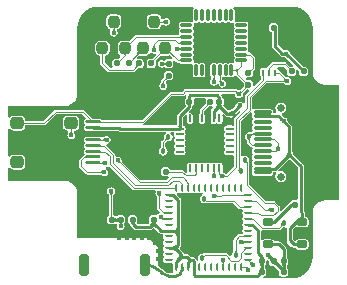
<source format=gtl>
G04*
G04 #@! TF.GenerationSoftware,Altium Limited,Altium Designer,21.7.2 (23)*
G04*
G04 Layer_Physical_Order=1*
G04 Layer_Color=255*
%FSLAX25Y25*%
%MOIN*%
G70*
G04*
G04 #@! TF.SameCoordinates,FD62575B-C4E6-422B-ADB9-002F7D77B890*
G04*
G04*
G04 #@! TF.FilePolarity,Positive*
G04*
G01*
G75*
%ADD16C,0.01000*%
G04:AMPARAMS|DCode=18|XSize=160mil|YSize=160mil|CornerRadius=16mil|HoleSize=0mil|Usage=FLASHONLY|Rotation=90.000|XOffset=0mil|YOffset=0mil|HoleType=Round|Shape=RoundedRectangle|*
%AMROUNDEDRECTD18*
21,1,0.16000,0.12800,0,0,90.0*
21,1,0.12800,0.16000,0,0,90.0*
1,1,0.03200,0.06400,0.06400*
1,1,0.03200,0.06400,-0.06400*
1,1,0.03200,-0.06400,-0.06400*
1,1,0.03200,-0.06400,0.06400*
%
%ADD18ROUNDEDRECTD18*%
G04:AMPARAMS|DCode=19|XSize=26.57mil|YSize=9.84mil|CornerRadius=2.46mil|HoleSize=0mil|Usage=FLASHONLY|Rotation=90.000|XOffset=0mil|YOffset=0mil|HoleType=Round|Shape=RoundedRectangle|*
%AMROUNDEDRECTD19*
21,1,0.02657,0.00492,0,0,90.0*
21,1,0.02165,0.00984,0,0,90.0*
1,1,0.00492,0.00246,0.01083*
1,1,0.00492,0.00246,-0.01083*
1,1,0.00492,-0.00246,-0.01083*
1,1,0.00492,-0.00246,0.01083*
%
%ADD19ROUNDEDRECTD19*%
G04:AMPARAMS|DCode=20|XSize=26.57mil|YSize=9.84mil|CornerRadius=2.46mil|HoleSize=0mil|Usage=FLASHONLY|Rotation=180.000|XOffset=0mil|YOffset=0mil|HoleType=Round|Shape=RoundedRectangle|*
%AMROUNDEDRECTD20*
21,1,0.02657,0.00492,0,0,180.0*
21,1,0.02165,0.00984,0,0,180.0*
1,1,0.00492,-0.01083,0.00246*
1,1,0.00492,0.01083,0.00246*
1,1,0.00492,0.01083,-0.00246*
1,1,0.00492,-0.01083,-0.00246*
%
%ADD20ROUNDEDRECTD20*%
G04:AMPARAMS|DCode=21|XSize=20mil|YSize=20mil|CornerRadius=5mil|HoleSize=0mil|Usage=FLASHONLY|Rotation=270.000|XOffset=0mil|YOffset=0mil|HoleType=Round|Shape=RoundedRectangle|*
%AMROUNDEDRECTD21*
21,1,0.02000,0.01000,0,0,270.0*
21,1,0.01000,0.02000,0,0,270.0*
1,1,0.01000,-0.00500,-0.00500*
1,1,0.01000,-0.00500,0.00500*
1,1,0.01000,0.00500,0.00500*
1,1,0.01000,0.00500,-0.00500*
%
%ADD21ROUNDEDRECTD21*%
G04:AMPARAMS|DCode=22|XSize=59.06mil|YSize=11.81mil|CornerRadius=2.95mil|HoleSize=0mil|Usage=FLASHONLY|Rotation=180.000|XOffset=0mil|YOffset=0mil|HoleType=Round|Shape=RoundedRectangle|*
%AMROUNDEDRECTD22*
21,1,0.05906,0.00591,0,0,180.0*
21,1,0.05315,0.01181,0,0,180.0*
1,1,0.00591,-0.02657,0.00295*
1,1,0.00591,0.02657,0.00295*
1,1,0.00591,0.02657,-0.00295*
1,1,0.00591,-0.02657,-0.00295*
%
%ADD22ROUNDEDRECTD22*%
G04:AMPARAMS|DCode=23|XSize=44mil|YSize=40mil|CornerRadius=10mil|HoleSize=0mil|Usage=FLASHONLY|Rotation=0.000|XOffset=0mil|YOffset=0mil|HoleType=Round|Shape=RoundedRectangle|*
%AMROUNDEDRECTD23*
21,1,0.04400,0.02000,0,0,0.0*
21,1,0.02400,0.04000,0,0,0.0*
1,1,0.02000,0.01200,-0.01000*
1,1,0.02000,-0.01200,-0.01000*
1,1,0.02000,-0.01200,0.01000*
1,1,0.02000,0.01200,0.01000*
%
%ADD23ROUNDEDRECTD23*%
G04:AMPARAMS|DCode=24|XSize=21.65mil|YSize=9.84mil|CornerRadius=2.46mil|HoleSize=0mil|Usage=FLASHONLY|Rotation=270.000|XOffset=0mil|YOffset=0mil|HoleType=Round|Shape=RoundedRectangle|*
%AMROUNDEDRECTD24*
21,1,0.02165,0.00492,0,0,270.0*
21,1,0.01673,0.00984,0,0,270.0*
1,1,0.00492,-0.00246,-0.00837*
1,1,0.00492,-0.00246,0.00837*
1,1,0.00492,0.00246,0.00837*
1,1,0.00492,0.00246,-0.00837*
%
%ADD24ROUNDEDRECTD24*%
G04:AMPARAMS|DCode=25|XSize=86mil|YSize=50mil|CornerRadius=12.5mil|HoleSize=0mil|Usage=FLASHONLY|Rotation=0.000|XOffset=0mil|YOffset=0mil|HoleType=Round|Shape=RoundedRectangle|*
%AMROUNDEDRECTD25*
21,1,0.08600,0.02500,0,0,0.0*
21,1,0.06100,0.05000,0,0,0.0*
1,1,0.02500,0.03050,-0.01250*
1,1,0.02500,-0.03050,-0.01250*
1,1,0.02500,-0.03050,0.01250*
1,1,0.02500,0.03050,0.01250*
%
%ADD25ROUNDEDRECTD25*%
G04:AMPARAMS|DCode=26|XSize=50mil|YSize=10mil|CornerRadius=2.5mil|HoleSize=0mil|Usage=FLASHONLY|Rotation=180.000|XOffset=0mil|YOffset=0mil|HoleType=Round|Shape=RoundedRectangle|*
%AMROUNDEDRECTD26*
21,1,0.05000,0.00500,0,0,180.0*
21,1,0.04500,0.01000,0,0,180.0*
1,1,0.00500,-0.02250,0.00250*
1,1,0.00500,0.02250,0.00250*
1,1,0.00500,0.02250,-0.00250*
1,1,0.00500,-0.02250,-0.00250*
%
%ADD26ROUNDEDRECTD26*%
G04:AMPARAMS|DCode=27|XSize=12mil|YSize=38mil|CornerRadius=3mil|HoleSize=0mil|Usage=FLASHONLY|Rotation=0.000|XOffset=0mil|YOffset=0mil|HoleType=Round|Shape=RoundedRectangle|*
%AMROUNDEDRECTD27*
21,1,0.01200,0.03200,0,0,0.0*
21,1,0.00600,0.03800,0,0,0.0*
1,1,0.00600,0.00300,-0.01600*
1,1,0.00600,-0.00300,-0.01600*
1,1,0.00600,-0.00300,0.01600*
1,1,0.00600,0.00300,0.01600*
%
%ADD27ROUNDEDRECTD27*%
G04:AMPARAMS|DCode=28|XSize=12mil|YSize=38mil|CornerRadius=3mil|HoleSize=0mil|Usage=FLASHONLY|Rotation=270.000|XOffset=0mil|YOffset=0mil|HoleType=Round|Shape=RoundedRectangle|*
%AMROUNDEDRECTD28*
21,1,0.01200,0.03200,0,0,270.0*
21,1,0.00600,0.03800,0,0,270.0*
1,1,0.00600,-0.01600,-0.00300*
1,1,0.00600,-0.01600,0.00300*
1,1,0.00600,0.01600,0.00300*
1,1,0.00600,0.01600,-0.00300*
%
%ADD28ROUNDEDRECTD28*%
%ADD29R,0.11024X0.10630*%
G04:AMPARAMS|DCode=30|XSize=20mil|YSize=20mil|CornerRadius=5mil|HoleSize=0mil|Usage=FLASHONLY|Rotation=180.000|XOffset=0mil|YOffset=0mil|HoleType=Round|Shape=RoundedRectangle|*
%AMROUNDEDRECTD30*
21,1,0.02000,0.01000,0,0,180.0*
21,1,0.01000,0.02000,0,0,180.0*
1,1,0.01000,-0.00500,0.00500*
1,1,0.01000,0.00500,0.00500*
1,1,0.01000,0.00500,-0.00500*
1,1,0.01000,-0.00500,-0.00500*
%
%ADD30ROUNDEDRECTD30*%
G04:AMPARAMS|DCode=31|XSize=23.62mil|YSize=35mil|CornerRadius=5.91mil|HoleSize=0mil|Usage=FLASHONLY|Rotation=270.000|XOffset=0mil|YOffset=0mil|HoleType=Round|Shape=RoundedRectangle|*
%AMROUNDEDRECTD31*
21,1,0.02362,0.02319,0,0,270.0*
21,1,0.01181,0.03500,0,0,270.0*
1,1,0.01181,-0.01159,-0.00591*
1,1,0.01181,-0.01159,0.00591*
1,1,0.01181,0.01159,0.00591*
1,1,0.01181,0.01159,-0.00591*
%
%ADD31ROUNDEDRECTD31*%
G04:AMPARAMS|DCode=32|XSize=37.4mil|YSize=39.37mil|CornerRadius=9.35mil|HoleSize=0mil|Usage=FLASHONLY|Rotation=0.000|XOffset=0mil|YOffset=0mil|HoleType=Round|Shape=RoundedRectangle|*
%AMROUNDEDRECTD32*
21,1,0.03740,0.02067,0,0,0.0*
21,1,0.01870,0.03937,0,0,0.0*
1,1,0.01870,0.00935,-0.01034*
1,1,0.01870,-0.00935,-0.01034*
1,1,0.01870,-0.00935,0.01034*
1,1,0.01870,0.00935,0.01034*
%
%ADD32ROUNDEDRECTD32*%
G04:AMPARAMS|DCode=33|XSize=31.5mil|YSize=70.87mil|CornerRadius=7.87mil|HoleSize=0mil|Usage=FLASHONLY|Rotation=180.000|XOffset=0mil|YOffset=0mil|HoleType=Round|Shape=RoundedRectangle|*
%AMROUNDEDRECTD33*
21,1,0.03150,0.05512,0,0,180.0*
21,1,0.01575,0.07087,0,0,180.0*
1,1,0.01575,-0.00787,0.02756*
1,1,0.01575,0.00787,0.02756*
1,1,0.01575,0.00787,-0.02756*
1,1,0.01575,-0.00787,-0.02756*
%
%ADD33ROUNDEDRECTD33*%
%ADD34O,0.00984X0.02756*%
%ADD35O,0.02756X0.00984*%
%ADD56C,0.00400*%
%ADD57O,0.08268X0.03937*%
%ADD58O,0.06299X0.03937*%
%ADD59C,0.02559*%
%ADD60C,0.01800*%
%ADD61C,0.01600*%
G36*
X34500Y96980D02*
X66154D01*
X66452Y96517D01*
X66448Y96480D01*
X66218Y96327D01*
X66041Y96062D01*
X65979Y95750D01*
Y92550D01*
X66013Y92380D01*
X65946Y92268D01*
X65732Y92054D01*
X65620Y91987D01*
X65450Y92021D01*
X62250D01*
X61938Y91959D01*
X61673Y91782D01*
X61496Y91518D01*
X61434Y91206D01*
Y90605D01*
X61496Y90293D01*
X61634Y89921D01*
X61496Y89549D01*
X61434Y89237D01*
Y88637D01*
X61496Y88325D01*
X61577Y88105D01*
X61445Y87775D01*
X61370Y87682D01*
X47188D01*
X46915Y87628D01*
X46683Y87473D01*
X44786Y85576D01*
X44768Y85579D01*
X44756Y85586D01*
X44749Y85583D01*
X44726Y85588D01*
X44726Y85588D01*
X44726Y85588D01*
X44325Y85668D01*
X42455D01*
X41895Y85556D01*
X41421Y85239D01*
X41103Y84764D01*
X40992Y84204D01*
Y82137D01*
X41103Y81577D01*
X41421Y81103D01*
X41730Y80896D01*
X41862Y80321D01*
X41171Y79630D01*
X41150Y79639D01*
X41104Y79620D01*
X40150D01*
X39760Y79542D01*
X39429Y79321D01*
X39208Y78990D01*
X39130Y78600D01*
Y77600D01*
X39208Y77210D01*
X39272Y77114D01*
X39005Y76614D01*
X38496D01*
X36623Y78486D01*
Y80674D01*
X36845D01*
X37405Y80786D01*
X37879Y81103D01*
X38197Y81577D01*
X38308Y82137D01*
Y84204D01*
X38197Y84764D01*
X37879Y85239D01*
X37405Y85556D01*
X36845Y85668D01*
X34975D01*
X34415Y85556D01*
X33940Y85239D01*
X33623Y84764D01*
X33512Y84204D01*
Y82137D01*
X33623Y81577D01*
X33940Y81103D01*
X34415Y80786D01*
X34975Y80674D01*
X35196D01*
Y78190D01*
X35250Y77917D01*
X35405Y77685D01*
X37695Y75395D01*
X37927Y75241D01*
X38200Y75186D01*
X45950D01*
X46223Y75241D01*
X46455Y75395D01*
X47629Y76570D01*
X47650Y76561D01*
X47696Y76580D01*
X48650D01*
X49040Y76658D01*
X49371Y76879D01*
X49592Y77210D01*
X49670Y77600D01*
Y78600D01*
X49592Y78990D01*
X49371Y79321D01*
X49040Y79542D01*
X48650Y79620D01*
X47650D01*
X47556Y79601D01*
X47310Y80062D01*
X48014Y80766D01*
X48032Y80762D01*
X48044Y80756D01*
X48051Y80759D01*
X48074Y80754D01*
X48074Y80754D01*
X48074Y80754D01*
X48475Y80674D01*
X50345D01*
X50905Y80786D01*
X51380Y81103D01*
X51697Y81577D01*
X51876Y81649D01*
X52234Y81715D01*
X52593Y81475D01*
X53100Y81375D01*
X53446Y81443D01*
X53693Y80983D01*
X52381Y79671D01*
X52371Y79670D01*
X52336Y79626D01*
X52329Y79620D01*
X51650D01*
X51260Y79542D01*
X50929Y79321D01*
X50708Y78990D01*
X50630Y78600D01*
Y77600D01*
X50708Y77210D01*
X50929Y76879D01*
X51260Y76658D01*
X51650Y76580D01*
X52650D01*
X53040Y76658D01*
X53371Y76879D01*
X53592Y77210D01*
X53670Y77600D01*
Y78600D01*
X53613Y78884D01*
X55494Y80766D01*
X55512Y80762D01*
X55524Y80756D01*
X55532Y80759D01*
X55554Y80754D01*
X55554Y80754D01*
X55554Y80754D01*
X55955Y80674D01*
X57825D01*
X58226Y80754D01*
X58226Y80754D01*
X58226Y80754D01*
X58249Y80759D01*
X58257Y80756D01*
X58268Y80762D01*
X58286Y80766D01*
X59246Y79805D01*
X58928Y79417D01*
X58890Y79442D01*
X58500Y79520D01*
X57500D01*
X57110Y79442D01*
X56779Y79221D01*
X56608Y78964D01*
X56581Y78975D01*
X56207Y79225D01*
X55700Y79325D01*
X55193Y79225D01*
X54763Y78937D01*
X54475Y78507D01*
X54374Y78000D01*
X54475Y77493D01*
X54763Y77063D01*
X55193Y76775D01*
X55700Y76674D01*
X56207Y76775D01*
X56581Y77025D01*
X56608Y77036D01*
X56779Y76779D01*
X57110Y76558D01*
X57500Y76480D01*
X58500D01*
X58890Y76558D01*
X59221Y76779D01*
X59442Y77110D01*
X59520Y77500D01*
Y78500D01*
X59442Y78890D01*
X59417Y78928D01*
X59805Y79246D01*
X60462Y78590D01*
X60693Y78435D01*
X60966Y78381D01*
X61564D01*
X61600Y78328D01*
X61605Y78314D01*
X61610Y78312D01*
X61673Y78218D01*
X61938Y78041D01*
X62250Y77979D01*
X65450D01*
X65620Y78013D01*
X65732Y77946D01*
X65946Y77732D01*
X66013Y77620D01*
X65979Y77450D01*
Y74250D01*
X66041Y73938D01*
X66218Y73673D01*
X66482Y73496D01*
X66795Y73434D01*
X67395D01*
X67707Y73496D01*
X68079Y73634D01*
X68451Y73496D01*
X68763Y73434D01*
X69363D01*
X69675Y73496D01*
X69940Y73673D01*
X70117Y73938D01*
X70179Y74250D01*
Y77450D01*
X70117Y77762D01*
X69940Y78027D01*
X69675Y78204D01*
X69363Y78266D01*
X68763D01*
X68451Y78204D01*
X68079Y78066D01*
X67707Y78204D01*
X67395Y78266D01*
X66795D01*
X66625Y78232D01*
X66512Y78299D01*
X66299Y78512D01*
X66232Y78625D01*
X66266Y78794D01*
Y79395D01*
X66204Y79707D01*
X66066Y80079D01*
X66204Y80451D01*
X66266Y80763D01*
Y81363D01*
X66204Y81675D01*
X66066Y82047D01*
X66204Y82419D01*
X66266Y82731D01*
Y83332D01*
X66204Y83644D01*
X66066Y84016D01*
X66204Y84388D01*
X66266Y84700D01*
Y85300D01*
X66204Y85612D01*
X66066Y85984D01*
X66204Y86356D01*
X66266Y86668D01*
Y87269D01*
X66204Y87581D01*
X66066Y87953D01*
X66204Y88325D01*
X66266Y88637D01*
Y89237D01*
X66204Y89549D01*
X66066Y89921D01*
X66204Y90293D01*
X66266Y90605D01*
Y91206D01*
X66232Y91375D01*
X66299Y91488D01*
X66512Y91701D01*
X66625Y91768D01*
X66795Y91734D01*
X67395D01*
X67707Y91796D01*
X68079Y91934D01*
X68451Y91796D01*
X68763Y91734D01*
X69363D01*
X69675Y91796D01*
X70047Y91934D01*
X70419Y91796D01*
X70732Y91734D01*
X71332D01*
X71644Y91796D01*
X72016Y91934D01*
X72388Y91796D01*
X72700Y91734D01*
X73300D01*
X73612Y91796D01*
X73984Y91934D01*
X74356Y91796D01*
X74669Y91734D01*
X75269D01*
X75581Y91796D01*
X75953Y91934D01*
X76325Y91796D01*
X76637Y91734D01*
X77237D01*
X77549Y91796D01*
X77921Y91934D01*
X78293Y91796D01*
X78606Y91734D01*
X79206D01*
X79375Y91768D01*
X79488Y91701D01*
X79701Y91488D01*
X79768Y91375D01*
X79734Y91206D01*
Y90605D01*
X79796Y90293D01*
X79934Y89921D01*
X79796Y89549D01*
X79734Y89237D01*
Y88637D01*
X79796Y88325D01*
X79934Y87953D01*
X79796Y87581D01*
X79734Y87269D01*
Y86668D01*
X79796Y86356D01*
X79934Y85984D01*
X79796Y85612D01*
X79734Y85300D01*
Y84700D01*
X79796Y84388D01*
X79934Y84016D01*
X79796Y83644D01*
X79734Y83332D01*
Y82731D01*
X79796Y82419D01*
X79934Y82047D01*
X79796Y81675D01*
X79734Y81363D01*
Y80763D01*
X79796Y80451D01*
X79934Y80079D01*
X79796Y79707D01*
X79734Y79395D01*
Y78794D01*
X79768Y78625D01*
X79701Y78512D01*
X79488Y78299D01*
X79375Y78232D01*
X79206Y78266D01*
X78606D01*
X78293Y78204D01*
X77921Y78066D01*
X77549Y78204D01*
X77237Y78266D01*
X76637D01*
X76325Y78204D01*
X75953Y78066D01*
X75581Y78204D01*
X75269Y78266D01*
X74669D01*
X74356Y78204D01*
X73984Y78066D01*
X73612Y78204D01*
X73300Y78266D01*
X72700D01*
X72388Y78204D01*
X72123Y78027D01*
X71946Y77762D01*
X71884Y77450D01*
Y74250D01*
X71946Y73938D01*
X72123Y73673D01*
X72218Y73610D01*
X72220Y73605D01*
X72216Y73383D01*
X72194Y73112D01*
X72190Y73106D01*
X72105Y73003D01*
X72052Y72949D01*
X72025Y72881D01*
X71775Y72507D01*
X71675Y72000D01*
X71775Y71493D01*
X72063Y71063D01*
X72493Y70775D01*
X73000Y70675D01*
X73507Y70775D01*
X73937Y71063D01*
X74098Y71303D01*
X74102Y71304D01*
X74189Y71309D01*
X74618Y71182D01*
X74675Y70893D01*
X74963Y70463D01*
X75393Y70175D01*
X75900Y70074D01*
X76407Y70175D01*
X76837Y70463D01*
X77125Y70893D01*
X77226Y71400D01*
X77125Y71907D01*
X76837Y72337D01*
X76407Y72625D01*
X75967Y72712D01*
X75900Y72741D01*
X75815Y72742D01*
X75753Y72746D01*
X75699Y72753D01*
X75682Y72756D01*
Y73370D01*
X75775Y73445D01*
X76105Y73577D01*
X76325Y73496D01*
X76637Y73434D01*
X77237D01*
X77549Y73496D01*
X77921Y73634D01*
X78293Y73496D01*
X78606Y73434D01*
X79206D01*
X79518Y73496D01*
X79782Y73673D01*
X79914Y73870D01*
X80201Y73970D01*
X80483Y74008D01*
X82970Y71521D01*
X82961Y71500D01*
X82980Y71454D01*
Y70546D01*
X82961Y70500D01*
X82970Y70479D01*
X81843Y69352D01*
X81784Y69331D01*
X81756Y69306D01*
X81747Y69300D01*
X81733Y69291D01*
X81712Y69282D01*
X81684Y69272D01*
X81647Y69262D01*
X81609Y69255D01*
X81477Y69242D01*
X81400Y69241D01*
X81391Y69237D01*
X81381Y69241D01*
X81380D01*
X81380Y69241D01*
X81380Y69241D01*
X81302Y69241D01*
X81244Y69244D01*
X81195Y69250D01*
X81153Y69258D01*
X81119Y69267D01*
X81093Y69277D01*
X81073Y69286D01*
X81058Y69295D01*
X81047Y69303D01*
X81017Y69330D01*
X80909Y69369D01*
X80773Y69459D01*
X80500Y69514D01*
X63500D01*
X63227Y69459D01*
X62995Y69305D01*
X62304Y68614D01*
X58600D01*
X58327Y68559D01*
X58095Y68405D01*
X48994Y59303D01*
X35644D01*
X35617Y59368D01*
X35602Y59374D01*
X35594Y59389D01*
X35559Y59401D01*
X35343Y59546D01*
X35050Y59604D01*
X32928D01*
X32882Y59626D01*
X32800Y59629D01*
X32791Y59631D01*
X32781Y59632D01*
X32772Y59636D01*
X32768Y59636D01*
X32762Y59639D01*
X32761Y59639D01*
X29894Y62505D01*
X29663Y62659D01*
X29390Y62714D01*
X20300D01*
X20027Y62659D01*
X19795Y62505D01*
X16204Y58914D01*
X10229D01*
Y59200D01*
X10113Y59785D01*
X9781Y60281D01*
X9285Y60613D01*
X8700Y60729D01*
X6300D01*
X5715Y60613D01*
X5219Y60281D01*
X5020Y59984D01*
X4520Y60135D01*
Y63963D01*
X23030D01*
X23240Y63921D01*
Y63904D01*
X24352Y64050D01*
X25389Y64479D01*
X26278Y65162D01*
X26961Y66052D01*
X27390Y67088D01*
X27537Y68200D01*
X27520D01*
X27502Y68290D01*
Y89911D01*
X27520Y90000D01*
X27520D01*
X27517Y90003D01*
X27651Y91362D01*
X28048Y92672D01*
X28693Y93880D01*
X29562Y94938D01*
X30620Y95807D01*
X31828Y96452D01*
X33138Y96849D01*
X34489Y96983D01*
X34500Y96980D01*
D02*
G37*
G36*
X93927Y89162D02*
X93939Y89151D01*
X93950Y89134D01*
X93958Y89110D01*
X93964Y89081D01*
X93967Y89045D01*
X93968Y89004D01*
X92968Y88652D01*
X92963Y88731D01*
X92949Y88800D01*
X92924Y88859D01*
X92889Y88910D01*
X92844Y88951D01*
X92789Y88984D01*
X92725Y89007D01*
X92650Y89021D01*
X92565Y89025D01*
X92471Y89021D01*
X93852Y89148D01*
X93874Y89161D01*
X93894Y89167D01*
X93911Y89168D01*
X93927Y89162D01*
D02*
G37*
G36*
X61988Y86571D02*
X61986Y86608D01*
X61981Y86642D01*
X61973Y86672D01*
X61961Y86697D01*
X61945Y86719D01*
X61926Y86737D01*
X61904Y86751D01*
X61878Y86761D01*
X61849Y86766D01*
X61816Y86769D01*
Y87169D01*
X61849Y87170D01*
X61878Y87176D01*
X61904Y87186D01*
X61926Y87200D01*
X61945Y87218D01*
X61961Y87240D01*
X61973Y87265D01*
X61981Y87295D01*
X61986Y87329D01*
X61988Y87366D01*
Y86571D01*
D02*
G37*
G36*
Y84602D02*
X61986Y84640D01*
X61981Y84674D01*
X61973Y84703D01*
X61961Y84729D01*
X61945Y84751D01*
X61926Y84768D01*
X61904Y84782D01*
X61878Y84792D01*
X61849Y84798D01*
X61816Y84800D01*
Y85200D01*
X61849Y85202D01*
X61878Y85208D01*
X61904Y85218D01*
X61926Y85232D01*
X61945Y85249D01*
X61961Y85271D01*
X61973Y85297D01*
X61981Y85326D01*
X61986Y85360D01*
X61988Y85398D01*
Y84602D01*
D02*
G37*
G36*
X44729Y85019D02*
X44755Y84998D01*
X44782Y84982D01*
X44809Y84973D01*
X44836Y84969D01*
X44864Y84972D01*
X44892Y84980D01*
X44920Y84995D01*
X44949Y85016D01*
X44979Y85043D01*
X45242Y84740D01*
X45214Y84709D01*
X45191Y84678D01*
X45173Y84647D01*
X45162Y84616D01*
X45155Y84585D01*
X45155Y84554D01*
X45160Y84524D01*
X45171Y84493D01*
X45187Y84463D01*
X45209Y84433D01*
X44704Y85047D01*
X44729Y85019D01*
D02*
G37*
G36*
X53304Y83888D02*
X53314Y83821D01*
X53332Y83754D01*
X53358Y83687D01*
X53390Y83619D01*
X53430Y83550D01*
X53476Y83481D01*
X53530Y83412D01*
X53592Y83342D01*
X53660Y83271D01*
X52540D01*
X52608Y83342D01*
X52724Y83481D01*
X52770Y83550D01*
X52810Y83619D01*
X52842Y83687D01*
X52868Y83754D01*
X52886Y83821D01*
X52896Y83888D01*
X52900Y83955D01*
X53300D01*
X53304Y83888D01*
D02*
G37*
G36*
X61510Y83523D02*
X61650Y83408D01*
X61718Y83361D01*
X61787Y83321D01*
X61855Y83289D01*
X61923Y83264D01*
X61926Y83263D01*
X61926Y83263D01*
X61945Y83281D01*
X61961Y83303D01*
X61973Y83328D01*
X61981Y83358D01*
X61986Y83392D01*
X61988Y83429D01*
Y83246D01*
X61990Y83246D01*
X62057Y83235D01*
X62123Y83232D01*
Y82832D01*
X62057Y82828D01*
X61990Y82817D01*
X61988Y82817D01*
Y82634D01*
X61986Y82671D01*
X61981Y82705D01*
X61973Y82735D01*
X61961Y82760D01*
X61945Y82782D01*
X61926Y82800D01*
X61926Y82800D01*
X61923Y82799D01*
X61855Y82774D01*
X61787Y82741D01*
X61718Y82702D01*
X61650Y82655D01*
X61580Y82601D01*
X61510Y82540D01*
X61440Y82472D01*
Y83592D01*
X61510Y83523D01*
D02*
G37*
G36*
X58687Y81879D02*
X58671Y81848D01*
X58660Y81818D01*
X58655Y81788D01*
X58655Y81757D01*
X58662Y81726D01*
X58673Y81695D01*
X58691Y81664D01*
X58714Y81633D01*
X58742Y81602D01*
X58479Y81299D01*
X58450Y81326D01*
X58420Y81347D01*
X58392Y81361D01*
X58363Y81370D01*
X58336Y81373D01*
X58309Y81369D01*
X58282Y81360D01*
X58255Y81344D01*
X58229Y81322D01*
X58204Y81295D01*
X58709Y81909D01*
X58687Y81879D01*
D02*
G37*
G36*
X55576Y81295D02*
X55551Y81322D01*
X55525Y81344D01*
X55499Y81360D01*
X55472Y81369D01*
X55445Y81373D01*
X55417Y81370D01*
X55389Y81361D01*
X55360Y81347D01*
X55331Y81326D01*
X55301Y81299D01*
X55038Y81602D01*
X55067Y81633D01*
X55090Y81664D01*
X55107Y81695D01*
X55119Y81726D01*
X55125Y81757D01*
X55125Y81788D01*
X55120Y81818D01*
X55110Y81848D01*
X55094Y81879D01*
X55072Y81909D01*
X55576Y81295D01*
D02*
G37*
G36*
X48096Y81295D02*
X48071Y81322D01*
X48045Y81344D01*
X48018Y81360D01*
X47991Y81369D01*
X47964Y81372D01*
X47936Y81370D01*
X47908Y81361D01*
X47880Y81347D01*
X47850Y81326D01*
X47821Y81299D01*
X47558Y81602D01*
X47586Y81633D01*
X47609Y81664D01*
X47627Y81695D01*
X47638Y81726D01*
X47645Y81757D01*
X47645Y81788D01*
X47640Y81818D01*
X47629Y81848D01*
X47613Y81879D01*
X47591Y81909D01*
X48096Y81295D01*
D02*
G37*
G36*
X43752Y81207D02*
X43718Y81202D01*
X43688Y81195D01*
X43662Y81184D01*
X43640Y81170D01*
X43622Y81154D01*
X43608Y81134D01*
X43598Y81111D01*
X43592Y81085D01*
X43590Y81056D01*
X43190D01*
X43188Y81085D01*
X43182Y81111D01*
X43172Y81134D01*
X43158Y81154D01*
X43140Y81170D01*
X43118Y81184D01*
X43092Y81195D01*
X43062Y81202D01*
X43028Y81207D01*
X42990Y81208D01*
X43790D01*
X43752Y81207D01*
D02*
G37*
G36*
X36272Y81207D02*
X36238Y81202D01*
X36208Y81195D01*
X36182Y81184D01*
X36160Y81170D01*
X36142Y81154D01*
X36128Y81134D01*
X36118Y81111D01*
X36112Y81085D01*
X36110Y81056D01*
X35710D01*
X35708Y81085D01*
X35702Y81111D01*
X35692Y81134D01*
X35678Y81154D01*
X35660Y81170D01*
X35638Y81184D01*
X35612Y81195D01*
X35582Y81202D01*
X35548Y81207D01*
X35510Y81208D01*
X36310D01*
X36272Y81207D01*
D02*
G37*
G36*
X84014Y81423D02*
X84019Y81389D01*
X84027Y81360D01*
X84039Y81334D01*
X84055Y81312D01*
X84074Y81295D01*
X84096Y81281D01*
X84122Y81271D01*
X84151Y81265D01*
X84184Y81263D01*
Y80863D01*
X84151Y80861D01*
X84122Y80855D01*
X84096Y80845D01*
X84074Y80831D01*
X84055Y80814D01*
X84039Y80792D01*
X84027Y80766D01*
X84019Y80737D01*
X84014Y80703D01*
X84012Y80665D01*
Y81461D01*
X84014Y81423D01*
D02*
G37*
G36*
X97903Y81373D02*
X97913Y81348D01*
X97930Y81319D01*
X97953Y81285D01*
X97983Y81245D01*
X98064Y81151D01*
X98235Y80973D01*
X97527Y80265D01*
X97463Y80329D01*
X97215Y80547D01*
X97181Y80570D01*
X97152Y80587D01*
X97127Y80597D01*
X97108Y80600D01*
X97900Y81392D01*
X97903Y81373D01*
D02*
G37*
G36*
X41711Y78878D02*
X41693Y78857D01*
X41677Y78835D01*
X41664Y78812D01*
X41653Y78786D01*
X41646Y78759D01*
X41641Y78730D01*
X41638Y78700D01*
X41639Y78668D01*
X41642Y78635D01*
X41648Y78600D01*
X41150Y79098D01*
X41185Y79092D01*
X41218Y79089D01*
X41250Y79088D01*
X41280Y79091D01*
X41309Y79096D01*
X41336Y79103D01*
X41361Y79114D01*
X41385Y79127D01*
X41407Y79142D01*
X41428Y79161D01*
X41711Y78878D01*
D02*
G37*
G36*
X53072Y79070D02*
X53037Y79032D01*
X53010Y78997D01*
X52991Y78964D01*
X52981Y78934D01*
X52978Y78906D01*
X52983Y78881D01*
X52997Y78858D01*
X53018Y78838D01*
X53048Y78820D01*
X53086Y78804D01*
X52251Y79086D01*
X52291Y79074D01*
X52331Y79068D01*
X52371Y79067D01*
X52409Y79071D01*
X52448Y79079D01*
X52486Y79093D01*
X52523Y79111D01*
X52560Y79135D01*
X52597Y79163D01*
X52633Y79197D01*
X53072Y79070D01*
D02*
G37*
G36*
X45584Y79062D02*
X45549Y79024D01*
X45522Y78988D01*
X45502Y78955D01*
X45491Y78925D01*
X45488Y78897D01*
X45493Y78871D01*
X45506Y78848D01*
X45527Y78827D01*
X45557Y78808D01*
X45594Y78793D01*
X44771Y79086D01*
X44811Y79074D01*
X44850Y79067D01*
X44889Y79066D01*
X44928Y79069D01*
X44966Y79078D01*
X45004Y79091D01*
X45042Y79110D01*
X45079Y79134D01*
X45116Y79163D01*
X45153Y79197D01*
X45584Y79062D01*
D02*
G37*
G36*
X61988Y78697D02*
X61986Y78734D01*
X61981Y78768D01*
X61973Y78798D01*
X61961Y78823D01*
X61945Y78845D01*
X61926Y78863D01*
X61904Y78877D01*
X61878Y78887D01*
X61849Y78892D01*
X61816Y78895D01*
Y79295D01*
X61849Y79296D01*
X61878Y79302D01*
X61904Y79312D01*
X61926Y79326D01*
X61945Y79344D01*
X61961Y79366D01*
X61973Y79391D01*
X61981Y79421D01*
X61986Y79455D01*
X61988Y79492D01*
Y78697D01*
D02*
G37*
G36*
X82512Y78511D02*
X82478Y78507D01*
X82448Y78499D01*
X82422Y78488D01*
X82400Y78475D01*
X82382Y78458D01*
X82368Y78438D01*
X82358Y78416D01*
X82352Y78390D01*
X82350Y78361D01*
X81950D01*
X81948Y78390D01*
X81942Y78416D01*
X81932Y78438D01*
X81918Y78458D01*
X81900Y78475D01*
X81878Y78488D01*
X81852Y78499D01*
X81822Y78507D01*
X81788Y78511D01*
X81750Y78513D01*
X82550D01*
X82512Y78511D01*
D02*
G37*
G36*
X56342Y78492D02*
X56481Y78376D01*
X56550Y78330D01*
X56619Y78290D01*
X56687Y78258D01*
X56754Y78232D01*
X56822Y78214D01*
X56888Y78204D01*
X56896Y78203D01*
X56917Y78208D01*
X56940Y78218D01*
X56960Y78232D01*
X56976Y78250D01*
X56990Y78272D01*
X57001Y78298D01*
X57008Y78328D01*
X57013Y78362D01*
X57014Y78400D01*
Y77600D01*
X57013Y77638D01*
X57008Y77672D01*
X57001Y77702D01*
X56990Y77728D01*
X56976Y77750D01*
X56960Y77768D01*
X56940Y77782D01*
X56917Y77792D01*
X56896Y77797D01*
X56888Y77796D01*
X56822Y77786D01*
X56754Y77768D01*
X56687Y77742D01*
X56619Y77710D01*
X56550Y77670D01*
X56481Y77624D01*
X56412Y77570D01*
X56342Y77508D01*
X56271Y77440D01*
Y78560D01*
X56342Y78492D01*
D02*
G37*
G36*
X47650Y77102D02*
X47615Y77108D01*
X47582Y77111D01*
X47550Y77112D01*
X47519Y77109D01*
X47491Y77104D01*
X47464Y77097D01*
X47438Y77086D01*
X47415Y77073D01*
X47392Y77057D01*
X47372Y77039D01*
X47089Y77322D01*
X47107Y77342D01*
X47123Y77365D01*
X47136Y77389D01*
X47147Y77414D01*
X47154Y77441D01*
X47159Y77469D01*
X47162Y77500D01*
X47161Y77532D01*
X47158Y77565D01*
X47152Y77600D01*
X47650Y77102D01*
D02*
G37*
G36*
X91702Y76276D02*
X91708Y76239D01*
X91718Y76207D01*
X91731Y76179D01*
X91749Y76155D01*
X91770Y76136D01*
X91796Y76121D01*
X91825Y76110D01*
X91858Y76104D01*
X91895Y76102D01*
X91105D01*
X91142Y76104D01*
X91175Y76110D01*
X91204Y76121D01*
X91230Y76136D01*
X91251Y76155D01*
X91269Y76179D01*
X91282Y76207D01*
X91292Y76239D01*
X91298Y76276D01*
X91300Y76317D01*
X91700D01*
X91702Y76276D01*
D02*
G37*
G36*
X98242Y76543D02*
X98265Y76527D01*
X98289Y76514D01*
X98314Y76503D01*
X98341Y76496D01*
X98369Y76491D01*
X98400Y76488D01*
X98432Y76489D01*
X98465Y76492D01*
X98500Y76498D01*
X98002Y76000D01*
X98008Y76035D01*
X98011Y76068D01*
X98012Y76100D01*
X98009Y76130D01*
X98004Y76159D01*
X97997Y76186D01*
X97986Y76212D01*
X97973Y76235D01*
X97957Y76257D01*
X97939Y76278D01*
X98222Y76561D01*
X98242Y76543D01*
D02*
G37*
G36*
X85561Y75778D02*
X85543Y75757D01*
X85527Y75735D01*
X85514Y75712D01*
X85503Y75686D01*
X85496Y75659D01*
X85491Y75630D01*
X85488Y75600D01*
X85489Y75568D01*
X85492Y75535D01*
X85498Y75500D01*
X85000Y75998D01*
X85035Y75992D01*
X85068Y75989D01*
X85100Y75988D01*
X85131Y75991D01*
X85159Y75996D01*
X85186Y76003D01*
X85211Y76014D01*
X85235Y76027D01*
X85258Y76042D01*
X85278Y76061D01*
X85561Y75778D01*
D02*
G37*
G36*
X79489Y76212D02*
X79493Y76178D01*
X79501Y76148D01*
X79511Y76122D01*
X79525Y76100D01*
X79542Y76082D01*
X79562Y76068D01*
X79584Y76058D01*
X79610Y76052D01*
X79639Y76050D01*
Y75650D01*
X79610Y75648D01*
X79584Y75642D01*
X79562Y75632D01*
X79542Y75618D01*
X79525Y75600D01*
X79511Y75578D01*
X79501Y75552D01*
X79493Y75522D01*
X79489Y75488D01*
X79487Y75450D01*
Y76250D01*
X79489Y76212D01*
D02*
G37*
G36*
X81233Y76050D02*
X81179Y75992D01*
X81131Y75932D01*
X81089Y75870D01*
X81052Y75805D01*
X81021Y75738D01*
X80995Y75668D01*
X80976Y75597D01*
X80961Y75523D01*
X80953Y75446D01*
X80950Y75367D01*
X80550Y75250D01*
X80546Y75326D01*
X80534Y75394D01*
X80514Y75454D01*
X80486Y75506D01*
X80450Y75550D01*
X80406Y75586D01*
X80354Y75614D01*
X80294Y75634D01*
X80226Y75646D01*
X80150Y75650D01*
X80267Y76050D01*
X80346Y76053D01*
X80423Y76061D01*
X80497Y76076D01*
X80568Y76095D01*
X80638Y76121D01*
X80705Y76152D01*
X80770Y76189D01*
X80832Y76231D01*
X80892Y76279D01*
X80950Y76333D01*
X81233Y76050D01*
D02*
G37*
G36*
X102581Y76633D02*
X102694Y76540D01*
X102803Y76467D01*
X102906Y76412D01*
X103004Y76377D01*
X103097Y76360D01*
X103185Y76363D01*
X103267Y76385D01*
X103345Y76426D01*
X103417Y76486D01*
X102014Y75083D01*
X102074Y75155D01*
X102115Y75233D01*
X102137Y75315D01*
X102140Y75403D01*
X102123Y75496D01*
X102088Y75594D01*
X102033Y75697D01*
X101960Y75805D01*
X101867Y75919D01*
X101755Y76038D01*
X102462Y76745D01*
X102581Y76633D01*
D02*
G37*
G36*
X93957Y75449D02*
X93962Y75415D01*
X93970Y75385D01*
X93980Y75359D01*
X93994Y75337D01*
X94011Y75319D01*
X94030Y75305D01*
X94053Y75295D01*
X94079Y75289D01*
X94108Y75287D01*
Y74887D01*
X94079Y74885D01*
X94053Y74879D01*
X94030Y74869D01*
X94011Y74855D01*
X93994Y74837D01*
X93980Y74815D01*
X93970Y74789D01*
X93962Y74759D01*
X93957Y74725D01*
X93956Y74687D01*
Y75487D01*
X93957Y75449D01*
D02*
G37*
G36*
X100362Y96849D02*
X101672Y96452D01*
X102880Y95807D01*
X103938Y94938D01*
X104807Y93880D01*
X105452Y92672D01*
X105849Y91362D01*
X105983Y90011D01*
X105980Y90000D01*
Y75298D01*
X105971Y75250D01*
X105954D01*
X106100Y74138D01*
X106529Y73102D01*
X107212Y72212D01*
X108102Y71529D01*
X109138Y71100D01*
X110250Y70954D01*
Y70971D01*
X110298Y70980D01*
X114680D01*
Y32520D01*
X110300D01*
Y32537D01*
X109188Y32390D01*
X108152Y31961D01*
X107262Y31278D01*
X106579Y30389D01*
X106150Y29352D01*
X106049Y28586D01*
X105980Y28240D01*
Y13500D01*
X105983Y13489D01*
X105849Y12138D01*
X105452Y10827D01*
X104807Y9620D01*
X103938Y8562D01*
X102880Y7693D01*
X101672Y7048D01*
X100362Y6651D01*
X99486Y6564D01*
X99000Y6520D01*
X99000Y6520D01*
X98509Y6520D01*
X89533D01*
X89456Y6598D01*
X89313Y7020D01*
X89392Y7080D01*
X89399D01*
X89417Y7073D01*
X89434Y7080D01*
X89450D01*
X89466Y7075D01*
X89476Y7080D01*
X89500D01*
X89890Y7158D01*
X90221Y7379D01*
X90442Y7710D01*
X90520Y8100D01*
Y9100D01*
X90442Y9490D01*
X90221Y9821D01*
X90086Y9911D01*
X90073Y9942D01*
X90041Y9956D01*
X90041Y9963D01*
X90020Y10011D01*
Y10689D01*
X90041Y10737D01*
X90041Y10744D01*
X90073Y10758D01*
X90086Y10789D01*
X90221Y10879D01*
X90442Y11210D01*
X90520Y11600D01*
Y12360D01*
X90539Y12395D01*
X90943Y12606D01*
X91014Y12613D01*
X91047Y12580D01*
X91099Y12559D01*
X91342Y12316D01*
X91361Y12267D01*
X91460Y12162D01*
X91480Y12137D01*
Y11701D01*
X91473Y11683D01*
X91480Y11666D01*
Y11650D01*
X91475Y11634D01*
X91480Y11625D01*
Y11600D01*
X91558Y11210D01*
X91779Y10879D01*
X92110Y10658D01*
X92500Y10580D01*
X92524D01*
X92534Y10576D01*
X92550Y10580D01*
X92566D01*
X92583Y10573D01*
X92601Y10580D01*
X93037D01*
X93062Y10560D01*
X93167Y10461D01*
X93216Y10442D01*
X94582Y9076D01*
X94583Y9074D01*
X94591Y9068D01*
X94654Y9004D01*
X94676Y8951D01*
X94780Y8849D01*
Y8100D01*
X94858Y7710D01*
X95079Y7379D01*
X95410Y7158D01*
X95800Y7080D01*
X96800D01*
X97190Y7158D01*
X97521Y7379D01*
X97742Y7710D01*
X97820Y8100D01*
Y9100D01*
X97742Y9490D01*
X97521Y9821D01*
X97386Y9911D01*
X97373Y9942D01*
X97341Y9956D01*
X97341Y9963D01*
X97320Y10011D01*
Y10689D01*
X97341Y10737D01*
X97341Y10744D01*
X97373Y10758D01*
X97386Y10789D01*
X97521Y10879D01*
X97742Y11210D01*
X97820Y11600D01*
Y12600D01*
X97742Y12990D01*
X97521Y13321D01*
X97386Y13411D01*
X97373Y13442D01*
X97341Y13456D01*
X97341Y13463D01*
X97320Y13511D01*
Y16100D01*
X97242Y16490D01*
X97021Y16821D01*
X95361Y18481D01*
X95030Y18702D01*
X94640Y18779D01*
X93190D01*
X93129Y18870D01*
X93093Y18959D01*
X93061Y18972D01*
X92951Y19137D01*
X92590Y19378D01*
X92165Y19462D01*
X89846D01*
X89421Y19378D01*
X89220Y19243D01*
X88731Y19454D01*
X88720Y19465D01*
Y22132D01*
X89000Y22586D01*
X94800D01*
X95073Y22641D01*
X95305Y22795D01*
X95941Y23431D01*
X95998Y23451D01*
X96028Y23478D01*
X96039Y23486D01*
X96058Y23496D01*
X96087Y23509D01*
X96127Y23522D01*
X96177Y23534D01*
X96231Y23543D01*
X96400Y23558D01*
X96497Y23559D01*
X96555Y23583D01*
X96859Y23644D01*
X97248Y23336D01*
X97292Y23259D01*
X97280Y23200D01*
Y19100D01*
X97358Y18710D01*
X97579Y18379D01*
X98919Y17039D01*
X99250Y16818D01*
X99640Y16740D01*
X100221D01*
X100282Y16650D01*
X100318Y16561D01*
X100350Y16548D01*
X100460Y16383D01*
X100821Y16142D01*
X101246Y16057D01*
X103565D01*
X103990Y16142D01*
X104351Y16383D01*
X104592Y16744D01*
X104677Y17169D01*
Y18350D01*
X104592Y18776D01*
X104351Y19137D01*
X103990Y19378D01*
X103565Y19462D01*
X101246D01*
X100821Y19378D01*
X100460Y19137D01*
X100432Y19095D01*
X100016Y18997D01*
X99870Y19016D01*
X99802Y19040D01*
X99320Y19522D01*
Y22778D01*
X100410Y23868D01*
X100460Y23863D01*
X100821Y23622D01*
X101246Y23538D01*
X103565D01*
X103990Y23622D01*
X104351Y23863D01*
X104592Y24224D01*
X104677Y24650D01*
Y25831D01*
X104592Y26256D01*
X104351Y26617D01*
X103990Y26858D01*
X103565Y26943D01*
X103441D01*
X103426Y26949D01*
X103425Y26949D01*
Y28295D01*
X103348Y28685D01*
X103127Y29015D01*
X103020Y29122D01*
Y43900D01*
X102942Y44290D01*
X102721Y44621D01*
X99821Y47521D01*
X99803Y47569D01*
X99683Y47698D01*
X99588Y47816D01*
X99506Y47937D01*
X99436Y48060D01*
X99377Y48188D01*
X99329Y48319D01*
X99291Y48456D01*
X99264Y48599D01*
X99247Y48750D01*
X99241Y48926D01*
X99220Y48973D01*
Y57000D01*
X99142Y57390D01*
X98921Y57721D01*
X97916Y58726D01*
X97896Y58776D01*
X97736Y58944D01*
X97675Y59015D01*
X97663Y59030D01*
X97661Y59034D01*
X97655Y59044D01*
X97653Y59045D01*
X97595Y59336D01*
X97308Y59766D01*
X96878Y60054D01*
X96587Y60112D01*
X96586Y60113D01*
X96583Y60115D01*
X96377Y60296D01*
X96324Y60349D01*
X96272Y60370D01*
X95714Y60928D01*
X95879Y61470D01*
X96036Y61502D01*
X96625Y61895D01*
X97018Y62484D01*
X97156Y63178D01*
X97018Y63872D01*
X96625Y64461D01*
X96036Y64854D01*
X95342Y64992D01*
X94647Y64854D01*
X94059Y64461D01*
X93665Y63872D01*
X93527Y63178D01*
X93665Y62484D01*
X93870Y62178D01*
X93603Y61678D01*
X92747D01*
Y62135D01*
X92685Y62445D01*
X92510Y62708D01*
X92247Y62884D01*
X91936Y62945D01*
X86621D01*
X86311Y62884D01*
X86214Y62819D01*
X85716Y63038D01*
X85714Y63040D01*
Y66632D01*
X90568Y71486D01*
X96160D01*
X96216Y71460D01*
X96254Y71458D01*
X96265Y71456D01*
X96281Y71451D01*
X96302Y71443D01*
X96329Y71431D01*
X96362Y71412D01*
X96394Y71390D01*
X96497Y71305D01*
X96551Y71252D01*
X96619Y71225D01*
X96993Y70975D01*
X97500Y70875D01*
X98007Y70975D01*
X98437Y71263D01*
X98725Y71693D01*
X98826Y72200D01*
X98725Y72707D01*
X98437Y73137D01*
X98007Y73425D01*
X97567Y73512D01*
X97500Y73541D01*
X97416Y73542D01*
X97353Y73546D01*
X97299Y73553D01*
X97253Y73562D01*
X97216Y73572D01*
X97188Y73582D01*
X97167Y73591D01*
X97153Y73600D01*
X97144Y73606D01*
X97116Y73631D01*
X97057Y73652D01*
X95118Y75591D01*
X94886Y75746D01*
X94613Y75800D01*
X94475D01*
Y75923D01*
X94417Y76214D01*
X94252Y76461D01*
X94365Y76987D01*
X94447Y77086D01*
X96404D01*
X97470Y76021D01*
X97461Y76000D01*
X97480Y75954D01*
Y75000D01*
X97558Y74610D01*
X97779Y74279D01*
X98110Y74058D01*
X98500Y73980D01*
X99500D01*
X99890Y74058D01*
X100221Y74279D01*
X100442Y74610D01*
X100520Y75000D01*
Y75831D01*
X100965Y76052D01*
X101002Y76056D01*
X101342Y75716D01*
X101361Y75667D01*
X101460Y75562D01*
X101480Y75537D01*
Y75101D01*
X101473Y75083D01*
X101480Y75066D01*
Y75050D01*
X101476Y75034D01*
X101480Y75024D01*
Y75000D01*
X101558Y74610D01*
X101779Y74279D01*
X102110Y74058D01*
X102500Y73980D01*
X103500D01*
X103890Y74058D01*
X104221Y74279D01*
X104442Y74610D01*
X104520Y75000D01*
Y76000D01*
X104442Y76390D01*
X104221Y76721D01*
X103890Y76942D01*
X103500Y77020D01*
X103475D01*
X103466Y77025D01*
X103450Y77020D01*
X103434D01*
X103417Y77027D01*
X103399Y77020D01*
X102963D01*
X102938Y77040D01*
X102833Y77139D01*
X102784Y77158D01*
X98645Y81297D01*
X98625Y81347D01*
X98465Y81515D01*
X98404Y81586D01*
X98392Y81601D01*
X98390Y81605D01*
X98384Y81615D01*
X98382Y81616D01*
X98325Y81907D01*
X98037Y82337D01*
X97607Y82625D01*
X97100Y82726D01*
X96593Y82625D01*
X96308Y82434D01*
X94488Y84254D01*
Y88963D01*
X94510Y89019D01*
X94508Y89061D01*
X94500Y89079D01*
X94506Y89099D01*
X94502Y89134D01*
X94489Y89159D01*
X94495Y89186D01*
X94489Y89215D01*
X94488Y89217D01*
Y89342D01*
X94520Y89500D01*
Y90500D01*
X94442Y90890D01*
X94221Y91221D01*
X93890Y91442D01*
X93500Y91520D01*
X92500D01*
X92110Y91442D01*
X91779Y91221D01*
X91558Y90890D01*
X91480Y90500D01*
Y89500D01*
X91558Y89110D01*
X91779Y88779D01*
X92110Y88558D01*
X92449Y88491D01*
Y83832D01*
X92527Y83441D01*
X92747Y83110D01*
X95179Y80679D01*
X95510Y80458D01*
X95900Y80380D01*
X96286D01*
X96593Y80175D01*
X96884Y80118D01*
X96885Y80116D01*
X96887Y80115D01*
X97094Y79933D01*
X97147Y79880D01*
X97199Y79859D01*
X99556Y77502D01*
X99552Y77465D01*
X99331Y77020D01*
X98546D01*
X98500Y77039D01*
X98479Y77030D01*
X97205Y78305D01*
X96973Y78459D01*
X96700Y78514D01*
X92600D01*
X92327Y78459D01*
X92095Y78305D01*
X90995Y77205D01*
X90841Y76973D01*
X90786Y76700D01*
X90347Y76511D01*
X90214Y76529D01*
X90069Y76626D01*
X89778Y76684D01*
X89285D01*
X88994Y76626D01*
X88748Y76461D01*
X88583Y76214D01*
X88525Y75923D01*
Y74250D01*
X88583Y73959D01*
X88714Y73761D01*
X88732Y73712D01*
X88747Y73704D01*
X88753Y73689D01*
X88818Y73662D01*
Y73027D01*
X86520Y70729D01*
X86020Y70936D01*
Y71500D01*
X85942Y71890D01*
X85721Y72221D01*
X85390Y72442D01*
X85000Y72520D01*
X84046D01*
X84000Y72539D01*
X83979Y72530D01*
X83565Y72944D01*
X83580Y73054D01*
X84000Y73480D01*
X85000D01*
X85390Y73558D01*
X85721Y73779D01*
X85942Y74110D01*
X86020Y74500D01*
Y75454D01*
X86039Y75500D01*
X86030Y75521D01*
X86705Y76195D01*
X86859Y76427D01*
X86914Y76700D01*
Y79900D01*
X86859Y80173D01*
X86705Y80405D01*
X85542Y81568D01*
X85310Y81722D01*
X85037Y81777D01*
X84630D01*
X84555Y81870D01*
X84422Y82199D01*
X84504Y82419D01*
X84566Y82731D01*
Y83332D01*
X84504Y83644D01*
X84366Y84016D01*
X84504Y84388D01*
X84566Y84700D01*
Y85300D01*
X84504Y85612D01*
X84366Y85984D01*
X84504Y86356D01*
X84566Y86668D01*
Y87269D01*
X84504Y87581D01*
X84366Y87953D01*
X84504Y88325D01*
X84566Y88637D01*
Y89237D01*
X84504Y89549D01*
X84366Y89921D01*
X84504Y90293D01*
X84566Y90605D01*
Y91206D01*
X84504Y91518D01*
X84327Y91782D01*
X84062Y91959D01*
X83750Y92021D01*
X80550D01*
X80380Y91987D01*
X80268Y92054D01*
X80054Y92268D01*
X79987Y92380D01*
X80021Y92550D01*
Y95750D01*
X79959Y96062D01*
X79782Y96327D01*
X79552Y96480D01*
X79548Y96517D01*
X79846Y96980D01*
X99000D01*
X99011Y96983D01*
X100362Y96849D01*
D02*
G37*
G36*
X89890Y74069D02*
X89857Y74063D01*
X89827Y74052D01*
X89802Y74037D01*
X89780Y74018D01*
X89763Y73994D01*
X89749Y73966D01*
X89739Y73934D01*
X89733Y73897D01*
X89732Y73857D01*
X89332D01*
X89329Y73897D01*
X89324Y73934D01*
X89314Y73966D01*
X89300Y73994D01*
X89283Y74018D01*
X89261Y74037D01*
X89236Y74052D01*
X89206Y74063D01*
X89173Y74069D01*
X89136Y74072D01*
X89927D01*
X89890Y74069D01*
D02*
G37*
G36*
X75329Y73986D02*
X75295Y73981D01*
X75265Y73973D01*
X75240Y73961D01*
X75218Y73945D01*
X75200Y73926D01*
X75186Y73904D01*
X75176Y73878D01*
X75170Y73849D01*
X75169Y73816D01*
X74769D01*
X74766Y73849D01*
X74761Y73878D01*
X74751Y73904D01*
X74737Y73926D01*
X74719Y73945D01*
X74697Y73961D01*
X74672Y73973D01*
X74642Y73981D01*
X74608Y73986D01*
X74571Y73988D01*
X75366D01*
X75329Y73986D01*
D02*
G37*
G36*
X73360D02*
X73326Y73981D01*
X73297Y73973D01*
X73271Y73961D01*
X73249Y73945D01*
X73232Y73926D01*
X73218Y73904D01*
X73208Y73878D01*
X73202Y73849D01*
X73200Y73816D01*
X72800D01*
X72798Y73849D01*
X72792Y73878D01*
X72782Y73904D01*
X72768Y73926D01*
X72751Y73945D01*
X72729Y73961D01*
X72703Y73973D01*
X72673Y73981D01*
X72640Y73986D01*
X72602Y73988D01*
X73398D01*
X73360Y73986D01*
D02*
G37*
G36*
X73204Y73188D02*
X73214Y73122D01*
X73232Y73054D01*
X73258Y72987D01*
X73290Y72919D01*
X73330Y72850D01*
X73376Y72781D01*
X73430Y72712D01*
X73492Y72642D01*
X73560Y72571D01*
X72440D01*
X72508Y72642D01*
X72624Y72781D01*
X72670Y72850D01*
X72710Y72919D01*
X72742Y72987D01*
X72768Y73054D01*
X72786Y73122D01*
X72796Y73188D01*
X72800Y73255D01*
X73200D01*
X73204Y73188D01*
D02*
G37*
G36*
X96804Y73184D02*
X96859Y73145D01*
X96919Y73110D01*
X96984Y73080D01*
X97056Y73055D01*
X97132Y73034D01*
X97214Y73018D01*
X97301Y73008D01*
X97394Y73001D01*
X97492Y73000D01*
X96929Y72437D01*
Y71640D01*
X96858Y71708D01*
X96719Y71824D01*
X96650Y71870D01*
X96581Y71910D01*
X96513Y71942D01*
X96446Y71968D01*
X96378Y71986D01*
X96312Y71996D01*
X96245Y72000D01*
Y72400D01*
X96312Y72404D01*
X96378Y72414D01*
X96446Y72432D01*
X96513Y72458D01*
X96581Y72490D01*
X96650Y72530D01*
X96671Y72544D01*
X96666Y72568D01*
X96645Y72645D01*
X96620Y72716D01*
X96590Y72781D01*
X96555Y72841D01*
X96516Y72896D01*
X96471Y72946D01*
X96754Y73229D01*
X96804Y73184D01*
D02*
G37*
G36*
X83742Y72043D02*
X83765Y72027D01*
X83789Y72014D01*
X83814Y72003D01*
X83841Y71996D01*
X83869Y71991D01*
X83900Y71988D01*
X83932Y71989D01*
X83965Y71992D01*
X84000Y71998D01*
X83502Y71500D01*
X83508Y71535D01*
X83511Y71568D01*
X83512Y71600D01*
X83509Y71631D01*
X83504Y71659D01*
X83497Y71686D01*
X83486Y71711D01*
X83473Y71735D01*
X83457Y71758D01*
X83439Y71778D01*
X83722Y72061D01*
X83742Y72043D01*
D02*
G37*
G36*
X75204Y72384D02*
X75259Y72345D01*
X75319Y72310D01*
X75384Y72280D01*
X75455Y72255D01*
X75532Y72234D01*
X75614Y72218D01*
X75701Y72207D01*
X75794Y72201D01*
X75892Y72200D01*
X75100Y71408D01*
X75099Y71506D01*
X75082Y71686D01*
X75066Y71768D01*
X75045Y71845D01*
X75020Y71916D01*
X74990Y71981D01*
X74955Y72041D01*
X74916Y72096D01*
X74871Y72146D01*
X75154Y72429D01*
X75204Y72384D01*
D02*
G37*
G36*
X84000Y70002D02*
X83965Y70008D01*
X83932Y70011D01*
X83900Y70012D01*
X83869Y70009D01*
X83841Y70004D01*
X83814Y69997D01*
X83789Y69986D01*
X83765Y69973D01*
X83742Y69958D01*
X83722Y69939D01*
X83439Y70222D01*
X83457Y70243D01*
X83473Y70265D01*
X83486Y70288D01*
X83497Y70314D01*
X83504Y70341D01*
X83509Y70369D01*
X83512Y70400D01*
X83511Y70432D01*
X83508Y70465D01*
X83502Y70500D01*
X84000Y70002D01*
D02*
G37*
G36*
X84771Y68980D02*
X83495Y67705D01*
X83341Y67473D01*
X83286Y67200D01*
Y64966D01*
X82786Y64814D01*
X82637Y65037D01*
X82207Y65325D01*
X81700Y65425D01*
X81193Y65325D01*
X80763Y65037D01*
X80475Y64607D01*
X80418Y64316D01*
X80416Y64315D01*
X80414Y64312D01*
X80233Y64106D01*
X80180Y64053D01*
X80159Y64001D01*
X79006Y62848D01*
X78956Y62828D01*
X78955Y62826D01*
X78952Y62824D01*
X78896Y62770D01*
X78802Y62685D01*
X78600Y62726D01*
X78093Y62625D01*
X77868Y62474D01*
X76471Y63871D01*
X76453Y63919D01*
X76333Y64048D01*
X76238Y64166D01*
X76156Y64287D01*
X76150Y64298D01*
X76292Y64510D01*
X76370Y64900D01*
Y65900D01*
X76292Y66290D01*
X76071Y66621D01*
X75936Y66711D01*
X75923Y66742D01*
X75891Y66756D01*
X75891Y66763D01*
X75848Y66859D01*
X75792Y67140D01*
X75571Y67471D01*
X75418Y67624D01*
X75609Y68086D01*
X79597D01*
X80059Y67920D01*
X80059Y67920D01*
Y67919D01*
X80081Y67865D01*
X80175Y67393D01*
X80463Y66963D01*
X80893Y66675D01*
X81400Y66575D01*
X81907Y66675D01*
X82337Y66963D01*
X82625Y67393D01*
X82712Y67833D01*
X82741Y67900D01*
X82742Y67984D01*
X82746Y68047D01*
X82753Y68101D01*
X82762Y68147D01*
X82772Y68184D01*
X82782Y68212D01*
X82791Y68233D01*
X82800Y68247D01*
X82806Y68256D01*
X82831Y68284D01*
X82852Y68343D01*
X83979Y69470D01*
X84000Y69461D01*
X84046Y69480D01*
X84564D01*
X84771Y68980D01*
D02*
G37*
G36*
X80705Y68883D02*
X80760Y68842D01*
X80821Y68807D01*
X80886Y68776D01*
X80956Y68751D01*
X81031Y68731D01*
X81111Y68715D01*
X81196Y68705D01*
X81286Y68700D01*
X81380Y68700D01*
X80600Y67920D01*
X80600Y68014D01*
X80595Y68104D01*
X80585Y68189D01*
X80569Y68269D01*
X80549Y68344D01*
X80524Y68414D01*
X80493Y68479D01*
X80458Y68540D01*
X80417Y68595D01*
X80371Y68646D01*
X80654Y68929D01*
X80705Y68883D01*
D02*
G37*
G36*
X82429Y68646D02*
X82384Y68596D01*
X82345Y68541D01*
X82310Y68481D01*
X82280Y68415D01*
X82255Y68344D01*
X82234Y68268D01*
X82218Y68186D01*
X82208Y68099D01*
X82201Y68006D01*
X82200Y67908D01*
X81408Y68700D01*
X81506Y68701D01*
X81686Y68718D01*
X81768Y68734D01*
X81845Y68755D01*
X81915Y68780D01*
X81981Y68810D01*
X82041Y68845D01*
X82096Y68884D01*
X82146Y68929D01*
X82429Y68646D01*
D02*
G37*
G36*
X75352Y66681D02*
X75358Y66620D01*
X75367Y66566D01*
X75380Y66518D01*
X75398Y66476D01*
X75419Y66440D01*
X75443Y66410D01*
X75472Y66387D01*
X75504Y66370D01*
X75540Y66360D01*
X74160D01*
X74196Y66370D01*
X74228Y66387D01*
X74257Y66410D01*
X74281Y66440D01*
X74302Y66476D01*
X74319Y66518D01*
X74333Y66566D01*
X74342Y66620D01*
X74348Y66681D01*
X74350Y66748D01*
X75350D01*
X75352Y66681D01*
D02*
G37*
G36*
X65352D02*
X65358Y66620D01*
X65367Y66566D01*
X65381Y66518D01*
X65398Y66476D01*
X65419Y66440D01*
X65443Y66410D01*
X65472Y66387D01*
X65504Y66370D01*
X65540Y66360D01*
X64160D01*
X64196Y66370D01*
X64228Y66387D01*
X64257Y66410D01*
X64281Y66440D01*
X64302Y66476D01*
X64319Y66518D01*
X64333Y66566D01*
X64342Y66620D01*
X64348Y66681D01*
X64350Y66748D01*
X65350D01*
X65352Y66681D01*
D02*
G37*
G36*
X71350Y64402D02*
X71315Y64408D01*
X71282Y64411D01*
X71250Y64412D01*
X71219Y64409D01*
X71191Y64404D01*
X71164Y64397D01*
X71139Y64386D01*
X71115Y64373D01*
X71092Y64358D01*
X71072Y64339D01*
X70789Y64622D01*
X70807Y64643D01*
X70823Y64665D01*
X70836Y64688D01*
X70847Y64714D01*
X70854Y64741D01*
X70859Y64770D01*
X70862Y64800D01*
X70861Y64832D01*
X70858Y64865D01*
X70852Y64900D01*
X71350Y64402D01*
D02*
G37*
G36*
X65504Y64430D02*
X65472Y64413D01*
X65443Y64389D01*
X65419Y64360D01*
X65398Y64324D01*
X65381Y64283D01*
X65367Y64234D01*
X65358Y64180D01*
X65352Y64119D01*
X65350Y64052D01*
X64350D01*
X64348Y64119D01*
X64342Y64180D01*
X64333Y64234D01*
X64319Y64283D01*
X64302Y64324D01*
X64281Y64360D01*
X64257Y64389D01*
X64228Y64413D01*
X64196Y64430D01*
X64160Y64440D01*
X65540D01*
X65504Y64430D01*
D02*
G37*
G36*
X81692Y63300D02*
X81673Y63297D01*
X81648Y63287D01*
X81619Y63270D01*
X81585Y63247D01*
X81545Y63217D01*
X81451Y63136D01*
X81273Y62965D01*
X80565Y63673D01*
X80629Y63737D01*
X80847Y63985D01*
X80870Y64019D01*
X80887Y64048D01*
X80897Y64073D01*
X80900Y64092D01*
X81692Y63300D01*
D02*
G37*
G36*
X75357Y65060D02*
X75378Y64869D01*
X75414Y64684D01*
X75463Y64504D01*
X75486Y64440D01*
X75540D01*
X75504Y64430D01*
X75493Y64424D01*
X75527Y64330D01*
X75605Y64162D01*
X75696Y64001D01*
X75802Y63845D01*
X75923Y63694D01*
X76057Y63550D01*
X75557Y62636D01*
X75416Y62763D01*
X75274Y62862D01*
X75133Y62933D01*
X74991Y62975D01*
X74850Y62989D01*
X74709Y62975D01*
X74567Y62933D01*
X74426Y62862D01*
X74284Y62763D01*
X74143Y62636D01*
X73643Y63550D01*
X73777Y63694D01*
X73897Y63845D01*
X74003Y64001D01*
X74095Y64162D01*
X74173Y64330D01*
X74207Y64424D01*
X74196Y64430D01*
X74160Y64440D01*
X74213D01*
X74237Y64504D01*
X74286Y64684D01*
X74322Y64869D01*
X74343Y65060D01*
X74350Y65257D01*
X75350D01*
X75357Y65060D01*
D02*
G37*
G36*
X80022Y61715D02*
X79351Y61125D01*
X78890Y62146D01*
X78914Y62141D01*
X78942Y62144D01*
X78975Y62154D01*
X79012Y62172D01*
X79054Y62198D01*
X79100Y62231D01*
X79151Y62271D01*
X79266Y62375D01*
X79330Y62437D01*
X80022Y61715D01*
D02*
G37*
G36*
X69217Y61210D02*
X69222Y61183D01*
X69229Y61157D01*
X69239Y61132D01*
X69252Y61108D01*
X69268Y61085D01*
X69287Y61062D01*
X69309Y61040D01*
X69334Y61020D01*
X69362Y61000D01*
X68670D01*
X68697Y61020D01*
X68722Y61040D01*
X68744Y61062D01*
X68763Y61085D01*
X68779Y61108D01*
X68792Y61132D01*
X68803Y61157D01*
X68810Y61183D01*
X68814Y61210D01*
X68816Y61237D01*
X69216D01*
X69217Y61210D01*
D02*
G37*
G36*
X32500Y59175D02*
X32527Y59156D01*
X32557Y59140D01*
X32591Y59125D01*
X32627Y59113D01*
X32667Y59103D01*
X32710Y59095D01*
X32756Y59090D01*
X32858Y59085D01*
X31727D01*
X31782Y59086D01*
X31867Y59095D01*
X31898Y59103D01*
X31920Y59113D01*
X31934Y59125D01*
X31941Y59140D01*
X31939Y59156D01*
X31929Y59175D01*
X31911Y59196D01*
X32476D01*
X32500Y59175D01*
D02*
G37*
G36*
X96008Y59900D02*
X96255Y59682D01*
X96290Y59659D01*
X96319Y59642D01*
X96344Y59632D01*
X96363Y59629D01*
X95571Y58837D01*
X95568Y58856D01*
X95558Y58881D01*
X95541Y58910D01*
X95518Y58945D01*
X95488Y58984D01*
X95407Y59078D01*
X95236Y59257D01*
X95943Y59964D01*
X96008Y59900D01*
D02*
G37*
G36*
X35236Y58948D02*
X35243Y58915D01*
X35254Y58885D01*
X35269Y58860D01*
X35288Y58838D01*
X35311Y58821D01*
X35339Y58807D01*
X35371Y58798D01*
X35407Y58792D01*
X35448Y58790D01*
Y58390D01*
X35407Y58388D01*
X35371Y58382D01*
X35339Y58372D01*
X35311Y58358D01*
X35288Y58341D01*
X35269Y58319D01*
X35254Y58294D01*
X35243Y58265D01*
X35236Y58231D01*
X35234Y58194D01*
Y58985D01*
X35236Y58948D01*
D02*
G37*
G36*
X70366Y66080D02*
X70330Y65900D01*
Y64946D01*
X70311Y64900D01*
X70320Y64879D01*
X68511Y63070D01*
X68356Y62839D01*
X68302Y62566D01*
Y61389D01*
X68287Y61382D01*
X68250Y61293D01*
X68081Y61041D01*
X68004Y60654D01*
Y58882D01*
X68081Y58495D01*
X68300Y58167D01*
X68629Y57947D01*
X69016Y57870D01*
X69403Y57947D01*
X69731Y58167D01*
X69950Y58495D01*
X70027Y58882D01*
Y60654D01*
X69950Y61041D01*
X69782Y61293D01*
X69745Y61382D01*
X69730Y61389D01*
Y62270D01*
X71329Y63870D01*
X71350Y63861D01*
X71396Y63880D01*
X72350D01*
X72576Y63925D01*
X72823Y63465D01*
X72232Y62874D01*
X72011Y62543D01*
X71933Y62153D01*
Y59768D01*
X71941Y59727D01*
Y58882D01*
X72018Y58495D01*
X72237Y58167D01*
X72566Y57947D01*
X72953Y57870D01*
X73340Y57947D01*
X73668Y58167D01*
X74206D01*
X74534Y57947D01*
X74921Y57870D01*
X75308Y57947D01*
X75637Y58167D01*
X75856Y58495D01*
X75933Y58882D01*
Y60654D01*
X75892Y60859D01*
X76353Y61105D01*
X76779Y60679D01*
X77110Y60458D01*
X77500Y60380D01*
X77786D01*
X78093Y60175D01*
X78600Y60075D01*
X79107Y60175D01*
X79537Y60463D01*
X79650Y60632D01*
X79721Y60679D01*
X80138Y61097D01*
X80380Y61309D01*
X80385Y61320D01*
X80396Y61324D01*
X80420Y61378D01*
X81597Y62555D01*
X81647Y62574D01*
X81743Y62559D01*
X81917Y62027D01*
X79995Y60105D01*
X79841Y59873D01*
X79786Y59600D01*
Y57747D01*
X79286Y57406D01*
X79154Y57433D01*
X77382D01*
X76995Y57356D01*
X76667Y57136D01*
X76447Y56808D01*
X76370Y56421D01*
X76447Y56034D01*
X76667Y55706D01*
Y55168D01*
X76447Y54840D01*
X76370Y54453D01*
X76447Y54066D01*
X76667Y53737D01*
Y53199D01*
X76447Y52871D01*
X76370Y52484D01*
X76447Y52097D01*
X76667Y51769D01*
Y51231D01*
X76447Y50903D01*
X76370Y50516D01*
X76447Y50129D01*
X76667Y49801D01*
Y49262D01*
X76447Y48934D01*
X76370Y48547D01*
X76447Y48160D01*
X76667Y47832D01*
X76995Y47613D01*
X77382Y47536D01*
X79154D01*
X79286Y47562D01*
X79786Y47221D01*
Y43796D01*
X77204Y41214D01*
X77140D01*
X77084Y41240D01*
X77046Y41242D01*
X77035Y41244D01*
X77019Y41249D01*
X76998Y41256D01*
X76971Y41269D01*
X76938Y41289D01*
X76906Y41310D01*
X76803Y41395D01*
X76749Y41448D01*
X76681Y41475D01*
X76307Y41725D01*
X76281Y41730D01*
X75856Y41959D01*
X75933Y42346D01*
Y44118D01*
X75856Y44505D01*
X75637Y44833D01*
X75308Y45053D01*
X74921Y45130D01*
X74534Y45053D01*
X74206Y44833D01*
X73668D01*
X73340Y45053D01*
X72953Y45130D01*
X72566Y45053D01*
X72237Y44833D01*
X71700D01*
X71371Y45053D01*
X70984Y45130D01*
X70597Y45053D01*
X70269Y44833D01*
X69731D01*
X69403Y45053D01*
X69016Y45130D01*
X68629Y45053D01*
X68300Y44833D01*
X67763D01*
X67434Y45053D01*
X67047Y45130D01*
X66660Y45053D01*
X66332Y44833D01*
X65794D01*
X65466Y45053D01*
X65079Y45130D01*
X64692Y45053D01*
X64363Y44833D01*
X64144Y44505D01*
X64067Y44118D01*
Y42346D01*
X64133Y42014D01*
X64118Y41949D01*
X63683Y41726D01*
X62905Y42505D01*
X62673Y42659D01*
X62400Y42714D01*
X58477D01*
X58442Y42890D01*
X58221Y43221D01*
X57890Y43442D01*
X57500Y43520D01*
X56500D01*
X56110Y43442D01*
X55779Y43221D01*
X55558Y42890D01*
X55480Y42500D01*
Y41500D01*
X55558Y41110D01*
X55779Y40779D01*
X56110Y40558D01*
X56500Y40480D01*
X57500D01*
X57863Y40553D01*
X57895Y40531D01*
X58104Y40086D01*
X57232Y39214D01*
X48596D01*
X42452Y45357D01*
X42431Y45416D01*
X42406Y45444D01*
X42400Y45453D01*
X42391Y45467D01*
X42382Y45488D01*
X42372Y45516D01*
X42362Y45553D01*
X42355Y45591D01*
X42342Y45723D01*
X42341Y45800D01*
X42312Y45867D01*
X42225Y46307D01*
X41937Y46737D01*
X41507Y47025D01*
X41000Y47126D01*
X40614Y47049D01*
X40114Y47327D01*
Y47700D01*
X40059Y47973D01*
X39905Y48205D01*
X37221Y50888D01*
X37249Y51060D01*
X37418Y51398D01*
X37807Y51475D01*
X38237Y51763D01*
X38525Y52193D01*
X38625Y52700D01*
X38525Y53207D01*
X38237Y53637D01*
X37807Y53925D01*
X37300Y54026D01*
X36793Y53925D01*
X36381Y53649D01*
X36333Y53629D01*
X36275Y53571D01*
X36230Y53529D01*
X36188Y53496D01*
X36152Y53471D01*
X36121Y53452D01*
X36106Y53445D01*
X35897Y53436D01*
X35617Y53462D01*
X35602Y53469D01*
X35594Y53484D01*
X35559Y53496D01*
X35343Y53641D01*
X35050Y53699D01*
X30550D01*
X30257Y53641D01*
X30009Y53475D01*
X29844Y53227D01*
X29785Y52934D01*
Y52434D01*
X29844Y52142D01*
X30009Y51894D01*
Y51506D01*
X29844Y51258D01*
X29785Y50966D01*
Y50466D01*
X29844Y50173D01*
X30009Y49925D01*
Y49538D01*
X29844Y49290D01*
X29785Y48997D01*
Y48497D01*
X29844Y48205D01*
X29941Y48059D01*
X29968Y47859D01*
X29926Y47686D01*
X29821Y47481D01*
X29606Y47438D01*
X29374Y47283D01*
X28395Y46305D01*
X28241Y46073D01*
X28186Y45800D01*
Y43800D01*
X28241Y43527D01*
X28395Y43295D01*
X30395Y41295D01*
X30627Y41141D01*
X30900Y41086D01*
X35160D01*
X35216Y41060D01*
X35254Y41058D01*
X35265Y41056D01*
X35281Y41052D01*
X35302Y41043D01*
X35329Y41031D01*
X35362Y41012D01*
X35394Y40990D01*
X35497Y40905D01*
X35551Y40852D01*
X35619Y40825D01*
X35993Y40575D01*
X36500Y40475D01*
X37007Y40575D01*
X37437Y40863D01*
X37725Y41293D01*
X37826Y41800D01*
X37725Y42307D01*
X37437Y42737D01*
X37015Y43020D01*
X37008Y43055D01*
X37023Y43531D01*
X37297Y43586D01*
X37727Y43873D01*
X38244Y43747D01*
X45857Y36134D01*
X46089Y35979D01*
X46362Y35925D01*
X53420D01*
X53687Y35425D01*
X53675Y35407D01*
X53575Y34900D01*
X53675Y34393D01*
X53925Y34019D01*
X53952Y33951D01*
X54011Y33891D01*
X54052Y33844D01*
X54086Y33801D01*
X54111Y33762D01*
X54131Y33729D01*
X54144Y33702D01*
X54151Y33681D01*
X54156Y33665D01*
X54158Y33654D01*
X54160Y33616D01*
X54186Y33560D01*
Y29900D01*
X54241Y29627D01*
X54395Y29395D01*
X55096Y28695D01*
X54931Y28152D01*
X54793Y28125D01*
X54363Y27837D01*
X54312Y27761D01*
X53890Y27442D01*
X53500Y27520D01*
X52500D01*
X52110Y27442D01*
X51779Y27221D01*
X51558Y26890D01*
X51480Y26500D01*
Y25500D01*
X51558Y25110D01*
X51650Y24972D01*
X51612Y24916D01*
X51517Y24798D01*
X51397Y24669D01*
X51379Y24621D01*
X51278Y24520D01*
X47643D01*
X47328Y24939D01*
X47442Y25110D01*
X47520Y25500D01*
Y26500D01*
X47442Y26890D01*
X47221Y27221D01*
X46890Y27442D01*
X46500Y27520D01*
X45500D01*
X45110Y27442D01*
X44779Y27221D01*
X44558Y26890D01*
X44480Y26500D01*
Y25500D01*
X44558Y25110D01*
X44779Y24779D01*
X44914Y24689D01*
X44927Y24658D01*
X44959Y24644D01*
X44959Y24637D01*
X44984Y24581D01*
X45058Y24210D01*
X45279Y23879D01*
X46379Y22779D01*
X46710Y22558D01*
X47100Y22480D01*
X51700D01*
X52090Y22558D01*
X52421Y22779D01*
X52609Y22967D01*
X52655Y22984D01*
X52772Y23089D01*
X52853Y23146D01*
X52917Y23178D01*
X52964Y23192D01*
X53000Y23195D01*
X53036Y23192D01*
X53083Y23178D01*
X53147Y23146D01*
X53228Y23089D01*
X53345Y22984D01*
X53391Y22967D01*
X54663Y21695D01*
X54994Y21474D01*
X55384Y21396D01*
X55850D01*
X55986Y21224D01*
X56159Y20896D01*
X56118Y20693D01*
Y20201D01*
X56176Y19910D01*
X56341Y19663D01*
Y19263D01*
X56176Y19016D01*
X56118Y18725D01*
Y18233D01*
X56176Y17942D01*
X56341Y17695D01*
Y17294D01*
X56176Y17047D01*
X56118Y16756D01*
Y16264D01*
X56176Y15973D01*
X56341Y15726D01*
Y15326D01*
X56176Y15079D01*
X56118Y14788D01*
Y14296D01*
X56176Y14005D01*
X56341Y13758D01*
Y13357D01*
X56176Y13110D01*
X56118Y12819D01*
Y12327D01*
X56176Y12036D01*
X56341Y11789D01*
X56588Y11624D01*
X56879Y11567D01*
X59044D01*
X59354Y11118D01*
Y10162D01*
X59367Y10097D01*
Y9079D01*
X59424Y8788D01*
X59470Y8720D01*
X59239Y8220D01*
X58100D01*
X58074Y8214D01*
X57285Y8371D01*
X56617Y8818D01*
X56602Y8840D01*
X55842Y9600D01*
X55857Y9614D01*
X54602Y10644D01*
X54500Y10698D01*
Y17000D01*
X51500Y20000D01*
X27520Y20000D01*
Y34700D01*
X27537D01*
X27390Y35812D01*
X26961Y36848D01*
X26278Y37738D01*
X25389Y38421D01*
X24352Y38850D01*
X23586Y38951D01*
X23240Y39020D01*
X4520D01*
Y43265D01*
X5020Y43416D01*
X5219Y43119D01*
X5715Y42787D01*
X6300Y42671D01*
X8700D01*
X9285Y42787D01*
X9781Y43119D01*
X10113Y43615D01*
X10229Y44200D01*
Y46200D01*
X10113Y46785D01*
X9781Y47281D01*
X9285Y47613D01*
X8700Y47729D01*
X6300D01*
X5715Y47613D01*
X5219Y47281D01*
X5020Y46984D01*
X4520Y47135D01*
Y56265D01*
X5020Y56416D01*
X5219Y56119D01*
X5715Y55787D01*
X6300Y55671D01*
X8700D01*
X9285Y55787D01*
X9781Y56119D01*
X10113Y56615D01*
X10229Y57200D01*
Y57486D01*
X16500D01*
X16773Y57541D01*
X17005Y57695D01*
X20596Y61286D01*
X29094D01*
X30313Y60067D01*
X30291Y59856D01*
X30179Y59494D01*
X30009Y59380D01*
X29844Y59132D01*
X29785Y58840D01*
Y58340D01*
X29844Y58047D01*
X30009Y57799D01*
Y57412D01*
X29844Y57164D01*
X29785Y56871D01*
Y56371D01*
X29844Y56079D01*
X30009Y55831D01*
X30257Y55665D01*
X30550Y55607D01*
X32775D01*
X32800Y55602D01*
X41205D01*
X41389Y55479D01*
X41779Y55402D01*
X57130D01*
X57335Y54939D01*
X57328Y54902D01*
X56891Y54609D01*
X56581Y54146D01*
X56484Y53655D01*
X56459Y53597D01*
X56458Y53493D01*
X56453Y53411D01*
X56445Y53338D01*
X56434Y53277D01*
X56422Y53227D01*
X56409Y53187D01*
X56396Y53158D01*
X56386Y53139D01*
X56378Y53128D01*
X56351Y53098D01*
X56331Y53041D01*
X55695Y52405D01*
X55541Y52173D01*
X55486Y51900D01*
Y50305D01*
X55460Y50250D01*
X55457Y50210D01*
X55455Y50196D01*
X55449Y50176D01*
X55437Y50146D01*
X55419Y50109D01*
X55392Y50065D01*
X55360Y50020D01*
X55251Y49890D01*
X55183Y49821D01*
X55160Y49763D01*
X54881Y49346D01*
X54773Y48800D01*
X54881Y48254D01*
X55191Y47791D01*
X55654Y47481D01*
X56200Y47373D01*
X56746Y47481D01*
X57209Y47791D01*
X57519Y48254D01*
X57627Y48800D01*
X57519Y49346D01*
X57240Y49763D01*
X57217Y49821D01*
X57144Y49895D01*
X57089Y49957D01*
X57044Y50014D01*
X57008Y50065D01*
X56981Y50109D01*
X56963Y50146D01*
X56951Y50176D01*
X56945Y50196D01*
X56943Y50210D01*
X56940Y50250D01*
X56914Y50305D01*
Y51604D01*
X57341Y52031D01*
X57398Y52051D01*
X57428Y52078D01*
X57439Y52086D01*
X57459Y52096D01*
X57487Y52109D01*
X57527Y52122D01*
X57577Y52134D01*
X57631Y52143D01*
X57800Y52158D01*
X57897Y52159D01*
X57955Y52184D01*
X58446Y52281D01*
X58909Y52591D01*
X59219Y53054D01*
X59327Y53600D01*
X59219Y54146D01*
X58909Y54609D01*
X58472Y54902D01*
X58465Y54939D01*
X58671Y55402D01*
X59686D01*
X59953Y54902D01*
X59912Y54840D01*
X59835Y54453D01*
X59912Y54066D01*
X60131Y53737D01*
Y53199D01*
X59912Y52871D01*
X59835Y52484D01*
X59912Y52097D01*
X60131Y51769D01*
Y51231D01*
X59912Y50903D01*
X59835Y50516D01*
X59912Y50129D01*
X60131Y49801D01*
Y49262D01*
X59912Y48934D01*
X59835Y48547D01*
X59912Y48160D01*
X60131Y47832D01*
X60459Y47613D01*
X60847Y47536D01*
X62618D01*
X63005Y47613D01*
X63333Y47832D01*
X63553Y48160D01*
X63630Y48547D01*
X63553Y48934D01*
X63333Y49262D01*
Y49801D01*
X63553Y50129D01*
X63630Y50516D01*
X63553Y50903D01*
X63333Y51231D01*
Y51769D01*
X63553Y52097D01*
X63630Y52484D01*
X63553Y52871D01*
X63333Y53199D01*
Y53737D01*
X63553Y54066D01*
X63630Y54453D01*
X63553Y54840D01*
X63333Y55168D01*
Y55706D01*
X63553Y56034D01*
X63630Y56421D01*
X63553Y56808D01*
X63333Y57136D01*
X63005Y57356D01*
X62793Y57398D01*
X62752Y57417D01*
X62752D01*
Y60210D01*
X63647Y61105D01*
X64108Y60859D01*
X64067Y60654D01*
Y58882D01*
X64144Y58495D01*
X64363Y58167D01*
X64692Y57947D01*
X65079Y57870D01*
X65466Y57947D01*
X65794Y58167D01*
X66013Y58495D01*
X66090Y58882D01*
Y60654D01*
X66013Y61041D01*
X65794Y61369D01*
X65466Y61588D01*
X65079Y61665D01*
X64873Y61624D01*
X64627Y62085D01*
X65571Y63029D01*
X65792Y63360D01*
X65870Y63750D01*
Y63989D01*
X65891Y64037D01*
X65891Y64044D01*
X65923Y64058D01*
X65936Y64089D01*
X66071Y64179D01*
X66292Y64510D01*
X66370Y64900D01*
Y65900D01*
X66334Y66080D01*
X66654Y66580D01*
X70046D01*
X70366Y66080D01*
D02*
G37*
G36*
X9697Y58562D02*
X9701Y58528D01*
X9709Y58498D01*
X9720Y58472D01*
X9733Y58450D01*
X9750Y58432D01*
X9770Y58418D01*
X9793Y58408D01*
X9819Y58402D01*
X9847Y58400D01*
Y58000D01*
X9819Y57998D01*
X9793Y57992D01*
X9770Y57982D01*
X9750Y57968D01*
X9733Y57950D01*
X9720Y57928D01*
X9709Y57902D01*
X9701Y57872D01*
X9697Y57838D01*
X9695Y57800D01*
Y58600D01*
X9697Y58562D01*
D02*
G37*
G36*
X97174Y58802D02*
X97184Y58777D01*
X97201Y58748D01*
X97224Y58714D01*
X97254Y58674D01*
X97334Y58580D01*
X97505Y58402D01*
X96798Y57695D01*
X96734Y57758D01*
X96486Y57976D01*
X96452Y57999D01*
X96422Y58016D01*
X96398Y58026D01*
X96379Y58029D01*
X97171Y58821D01*
X97174Y58802D01*
D02*
G37*
G36*
X63871Y67455D02*
X63830Y67250D01*
Y66811D01*
X63809Y66763D01*
X63809Y66756D01*
X63777Y66742D01*
X63764Y66711D01*
X63629Y66621D01*
X63408Y66290D01*
X63330Y65900D01*
Y64900D01*
X63408Y64510D01*
X63629Y64179D01*
X63648Y63990D01*
X61011Y61353D01*
X60790Y61023D01*
X60713Y60632D01*
Y57441D01*
X49662D01*
X49569Y57898D01*
X49579Y57941D01*
X49794Y58085D01*
X58896Y67186D01*
X62600D01*
X62873Y67241D01*
X63105Y67395D01*
X63410Y67701D01*
X63871Y67455D01*
D02*
G37*
G36*
X62237Y57188D02*
X62252Y57122D01*
X62277Y57065D01*
X62312Y57015D01*
X62357Y56972D01*
X62411Y56938D01*
X62476Y56911D01*
X62551Y56892D01*
X62635Y56880D01*
X62730Y56876D01*
X60735D01*
X60829Y56880D01*
X60914Y56892D01*
X60988Y56911D01*
X61053Y56938D01*
X61108Y56972D01*
X61153Y57015D01*
X61187Y57065D01*
X61212Y57122D01*
X61227Y57188D01*
X61232Y57261D01*
X62232D01*
X62237Y57188D01*
D02*
G37*
G36*
X86365Y54355D02*
X86363Y54393D01*
X86358Y54426D01*
X86349Y54456D01*
X86337Y54482D01*
X86322Y54503D01*
X86303Y54521D01*
X86281Y54535D01*
X86255Y54545D01*
X86225Y54551D01*
X86192Y54553D01*
Y54953D01*
X86225Y54955D01*
X86255Y54961D01*
X86281Y54971D01*
X86303Y54984D01*
X86322Y55002D01*
X86337Y55024D01*
X86349Y55050D01*
X86358Y55079D01*
X86363Y55113D01*
X86365Y55150D01*
Y54355D01*
D02*
G37*
G36*
X85728Y54545D02*
X85683Y54495D01*
X85644Y54440D01*
X85609Y54380D01*
X85579Y54315D01*
X85553Y54243D01*
X85533Y54167D01*
X85517Y54085D01*
X85506Y53998D01*
X85500Y53905D01*
X85499Y53807D01*
X84707Y54599D01*
X84805Y54600D01*
X84985Y54617D01*
X85067Y54633D01*
X85143Y54654D01*
X85215Y54679D01*
X85280Y54709D01*
X85340Y54744D01*
X85395Y54783D01*
X85445Y54827D01*
X85728Y54545D01*
D02*
G37*
G36*
X85190Y53157D02*
X85075Y53018D01*
X85028Y52949D01*
X84989Y52880D01*
X84957Y52812D01*
X84931Y52745D01*
X84913Y52677D01*
X84903Y52611D01*
X84899Y52544D01*
X84499D01*
X84495Y52611D01*
X84484Y52677D01*
X84466Y52745D01*
X84441Y52812D01*
X84409Y52880D01*
X84369Y52949D01*
X84323Y53018D01*
X84268Y53087D01*
X84207Y53157D01*
X84139Y53228D01*
X85259D01*
X85190Y53157D01*
D02*
G37*
G36*
X57891Y52700D02*
X57774Y52699D01*
X57561Y52681D01*
X57466Y52664D01*
X57377Y52642D01*
X57295Y52615D01*
X57221Y52583D01*
X57153Y52546D01*
X57093Y52504D01*
X57039Y52456D01*
X56756Y52739D01*
X56804Y52793D01*
X56846Y52853D01*
X56883Y52921D01*
X56915Y52995D01*
X56942Y53077D01*
X56964Y53166D01*
X56981Y53262D01*
X56992Y53364D01*
X56999Y53474D01*
X57000Y53591D01*
X57891Y52700D01*
D02*
G37*
G36*
X92194Y53144D02*
X92199Y53111D01*
X92208Y53081D01*
X92220Y53055D01*
X92236Y53034D01*
X92255Y53016D01*
X92277Y53002D01*
X92303Y52992D01*
X92332Y52986D01*
X92365Y52984D01*
Y52584D01*
X92332Y52582D01*
X92303Y52576D01*
X92277Y52566D01*
X92255Y52553D01*
X92236Y52535D01*
X92220Y52513D01*
X92208Y52487D01*
X92199Y52458D01*
X92194Y52424D01*
X92192Y52387D01*
Y53182D01*
X92194Y53144D01*
D02*
G37*
G36*
X35236Y53043D02*
X35243Y53009D01*
X35254Y52980D01*
X35269Y52955D01*
X35288Y52933D01*
X35311Y52916D01*
X35339Y52902D01*
X35371Y52892D01*
X35407Y52886D01*
X35448Y52884D01*
Y52484D01*
X35407Y52482D01*
X35371Y52476D01*
X35339Y52467D01*
X35311Y52453D01*
X35288Y52435D01*
X35269Y52414D01*
X35254Y52388D01*
X35243Y52359D01*
X35236Y52326D01*
X35234Y52289D01*
Y53080D01*
X35236Y53043D01*
D02*
G37*
G36*
X36740Y52129D02*
X36668Y52196D01*
X36525Y52310D01*
X36456Y52356D01*
X36386Y52395D01*
X36318Y52427D01*
X36250Y52452D01*
X36182Y52470D01*
X36116Y52481D01*
X36050Y52484D01*
X36042Y52884D01*
X36108Y52888D01*
X36175Y52899D01*
X36242Y52917D01*
X36309Y52943D01*
X36377Y52975D01*
X36445Y53015D01*
X36513Y53063D01*
X36581Y53117D01*
X36649Y53179D01*
X36718Y53249D01*
X36740Y52129D01*
D02*
G37*
G36*
X86365Y50418D02*
X86363Y50456D01*
X86358Y50489D01*
X86349Y50519D01*
X86337Y50545D01*
X86322Y50566D01*
X86303Y50584D01*
X86281Y50598D01*
X86255Y50608D01*
X86225Y50614D01*
X86192Y50616D01*
Y51016D01*
X86225Y51018D01*
X86255Y51024D01*
X86281Y51034D01*
X86303Y51047D01*
X86322Y51065D01*
X86337Y51087D01*
X86349Y51113D01*
X86358Y51142D01*
X86363Y51176D01*
X86365Y51213D01*
Y50418D01*
D02*
G37*
G36*
X35236Y51074D02*
X35243Y51041D01*
X35254Y51011D01*
X35269Y50986D01*
X35288Y50964D01*
X35311Y50947D01*
X35339Y50933D01*
X35371Y50924D01*
X35407Y50918D01*
X35448Y50916D01*
Y50516D01*
X35407Y50514D01*
X35371Y50508D01*
X35339Y50498D01*
X35311Y50484D01*
X35288Y50467D01*
X35269Y50445D01*
X35254Y50420D01*
X35243Y50391D01*
X35236Y50357D01*
X35234Y50320D01*
Y51111D01*
X35236Y51074D01*
D02*
G37*
G36*
X94504Y50688D02*
X94514Y50621D01*
X94532Y50554D01*
X94558Y50487D01*
X94590Y50419D01*
X94630Y50350D01*
X94676Y50281D01*
X94730Y50212D01*
X94792Y50142D01*
X94860Y50071D01*
X93740D01*
X93808Y50142D01*
X93924Y50281D01*
X93970Y50350D01*
X94010Y50419D01*
X94042Y50487D01*
X94068Y50554D01*
X94086Y50621D01*
X94096Y50688D01*
X94100Y50755D01*
X94500D01*
X94504Y50688D01*
D02*
G37*
G36*
X56404Y50146D02*
X56417Y50073D01*
X56439Y49999D01*
X56469Y49924D01*
X56507Y49847D01*
X56555Y49769D01*
X56611Y49689D01*
X56675Y49609D01*
X56748Y49526D01*
X56830Y49443D01*
X55570D01*
X55652Y49526D01*
X55789Y49689D01*
X55845Y49769D01*
X55892Y49847D01*
X55931Y49924D01*
X55961Y49999D01*
X55983Y50073D01*
X55996Y50146D01*
X56000Y50217D01*
X56400D01*
X56404Y50146D01*
D02*
G37*
G36*
X92194Y49207D02*
X92199Y49174D01*
X92208Y49144D01*
X92220Y49118D01*
X92236Y49097D01*
X92255Y49079D01*
X92277Y49065D01*
X92303Y49055D01*
X92332Y49049D01*
X92365Y49047D01*
Y48647D01*
X92332Y48645D01*
X92303Y48639D01*
X92277Y48629D01*
X92255Y48616D01*
X92236Y48598D01*
X92220Y48576D01*
X92208Y48550D01*
X92199Y48521D01*
X92194Y48487D01*
X92192Y48450D01*
Y49245D01*
X92194Y49207D01*
D02*
G37*
G36*
X35236Y49106D02*
X35243Y49072D01*
X35254Y49043D01*
X35269Y49018D01*
X35288Y48996D01*
X35311Y48978D01*
X35339Y48965D01*
X35371Y48955D01*
X35407Y48949D01*
X35448Y48947D01*
Y48547D01*
X35407Y48545D01*
X35371Y48539D01*
X35339Y48530D01*
X35311Y48516D01*
X35288Y48498D01*
X35269Y48477D01*
X35254Y48451D01*
X35243Y48422D01*
X35236Y48389D01*
X35234Y48352D01*
Y49143D01*
X35236Y49106D01*
D02*
G37*
G36*
X30366Y46383D02*
X30364Y46420D01*
X30357Y46454D01*
X30346Y46483D01*
X30332Y46508D01*
X30312Y46530D01*
X30289Y46547D01*
X30261Y46561D01*
X30229Y46571D01*
X30193Y46577D01*
X30152Y46579D01*
Y46979D01*
X30193Y46981D01*
X30229Y46986D01*
X30261Y46996D01*
X30289Y47010D01*
X30312Y47028D01*
X30332Y47049D01*
X30346Y47074D01*
X30357Y47104D01*
X30364Y47137D01*
X30366Y47174D01*
Y46383D01*
D02*
G37*
G36*
X98707Y48710D02*
X98728Y48519D01*
X98764Y48333D01*
X98813Y48154D01*
X98877Y47980D01*
X98955Y47813D01*
X99046Y47651D01*
X99152Y47495D01*
X99273Y47344D01*
X99407Y47200D01*
X98907Y46286D01*
X98766Y46413D01*
X98624Y46512D01*
X98483Y46583D01*
X98341Y46625D01*
X98200Y46639D01*
X98059Y46625D01*
X97917Y46583D01*
X97776Y46512D01*
X97634Y46413D01*
X97493Y46286D01*
X96993Y47200D01*
X97127Y47344D01*
X97247Y47495D01*
X97354Y47651D01*
X97445Y47813D01*
X97523Y47980D01*
X97587Y48154D01*
X97636Y48333D01*
X97672Y48519D01*
X97693Y48710D01*
X97700Y48907D01*
X98700D01*
X98707Y48710D01*
D02*
G37*
G36*
X84193Y45470D02*
X84193Y45453D01*
X84197Y45435D01*
X84205Y45414D01*
X84217Y45391D01*
X84233Y45365D01*
X84254Y45338D01*
X84308Y45276D01*
X84341Y45241D01*
X84059Y44959D01*
X84024Y44992D01*
X83962Y45046D01*
X83935Y45067D01*
X83909Y45083D01*
X83886Y45095D01*
X83865Y45103D01*
X83847Y45107D01*
X83830Y45107D01*
X83816Y45102D01*
X84198Y45484D01*
X84193Y45470D01*
D02*
G37*
G36*
X41801Y45694D02*
X41818Y45514D01*
X41834Y45432D01*
X41855Y45355D01*
X41880Y45285D01*
X41910Y45219D01*
X41945Y45159D01*
X41984Y45104D01*
X42029Y45054D01*
X41746Y44771D01*
X41696Y44816D01*
X41641Y44855D01*
X41581Y44890D01*
X41515Y44920D01*
X41445Y44945D01*
X41368Y44966D01*
X41286Y44982D01*
X41199Y44993D01*
X41106Y44999D01*
X41008Y45000D01*
X41800Y45792D01*
X41801Y45694D01*
D02*
G37*
G36*
X35236Y45169D02*
X35243Y45135D01*
X35254Y45106D01*
X35269Y45081D01*
X35288Y45059D01*
X35311Y45041D01*
X35339Y45028D01*
X35371Y45018D01*
X35407Y45012D01*
X35448Y45010D01*
Y44610D01*
X35407Y44608D01*
X35371Y44602D01*
X35339Y44593D01*
X35311Y44579D01*
X35288Y44561D01*
X35269Y44540D01*
X35254Y44514D01*
X35243Y44485D01*
X35236Y44452D01*
X35234Y44415D01*
Y45206D01*
X35236Y45169D01*
D02*
G37*
G36*
X36219Y44250D02*
X36148Y44319D01*
X36009Y44434D01*
X35940Y44481D01*
X35871Y44520D01*
X35803Y44553D01*
X35735Y44578D01*
X35668Y44596D01*
X35601Y44607D01*
X35535Y44610D01*
Y45010D01*
X35601Y45014D01*
X35668Y45025D01*
X35735Y45043D01*
X35803Y45068D01*
X35871Y45100D01*
X35940Y45140D01*
X36009Y45187D01*
X36078Y45241D01*
X36148Y45302D01*
X36219Y45370D01*
Y44250D01*
D02*
G37*
G36*
X81704Y43465D02*
X81718Y43392D01*
X81740Y43327D01*
X81771Y43270D01*
X81810Y43221D01*
X81859Y43180D01*
X81916Y43148D01*
X81982Y43123D01*
X82057Y43107D01*
X82141Y43099D01*
X81216Y42368D01*
X81232Y42458D01*
X81279Y42851D01*
X81292Y43065D01*
X81300Y43411D01*
X81700Y43546D01*
X81704Y43465D01*
D02*
G37*
G36*
X75240Y41980D02*
X75215Y41960D01*
X75193Y41938D01*
X75174Y41915D01*
X75158Y41892D01*
X75145Y41868D01*
X75134Y41843D01*
X75127Y41817D01*
X75123Y41790D01*
X75121Y41763D01*
X74721D01*
X74720Y41790D01*
X74715Y41817D01*
X74708Y41843D01*
X74698Y41868D01*
X74685Y41892D01*
X74669Y41915D01*
X74650Y41938D01*
X74628Y41960D01*
X74603Y41980D01*
X74575Y42000D01*
X75267D01*
X75240Y41980D01*
D02*
G37*
G36*
X67366D02*
X67341Y41960D01*
X67319Y41938D01*
X67300Y41915D01*
X67284Y41892D01*
X67271Y41868D01*
X67260Y41843D01*
X67253Y41817D01*
X67249Y41790D01*
X67247Y41763D01*
X66847D01*
X66846Y41790D01*
X66841Y41817D01*
X66834Y41843D01*
X66824Y41868D01*
X66811Y41892D01*
X66795Y41915D01*
X66776Y41938D01*
X66754Y41960D01*
X66729Y41980D01*
X66701Y42000D01*
X67393D01*
X67366Y41980D01*
D02*
G37*
G36*
X57987Y42362D02*
X57992Y42328D01*
X57999Y42298D01*
X58010Y42272D01*
X58024Y42250D01*
X58040Y42232D01*
X58060Y42218D01*
X58083Y42208D01*
X58109Y42202D01*
X58138Y42200D01*
Y41800D01*
X58109Y41798D01*
X58083Y41792D01*
X58060Y41782D01*
X58040Y41768D01*
X58024Y41750D01*
X58010Y41728D01*
X57999Y41702D01*
X57992Y41672D01*
X57987Y41638D01*
X57986Y41600D01*
Y42400D01*
X57987Y42362D01*
D02*
G37*
G36*
X35929Y41240D02*
X35858Y41308D01*
X35719Y41424D01*
X35650Y41470D01*
X35581Y41510D01*
X35513Y41542D01*
X35446Y41568D01*
X35379Y41586D01*
X35312Y41596D01*
X35245Y41600D01*
Y42000D01*
X35312Y42004D01*
X35379Y42014D01*
X35446Y42032D01*
X35513Y42058D01*
X35581Y42090D01*
X35650Y42130D01*
X35719Y42176D01*
X35788Y42230D01*
X35858Y42292D01*
X35929Y42360D01*
Y41240D01*
D02*
G37*
G36*
X73271Y41980D02*
X73246Y41960D01*
X73224Y41938D01*
X73205Y41915D01*
X73189Y41892D01*
X73176Y41868D01*
X73166Y41843D01*
X73159Y41817D01*
X73154Y41790D01*
X73153Y41764D01*
X73156Y41698D01*
X73168Y41631D01*
X73186Y41564D01*
X73212Y41497D01*
X73246Y41431D01*
X73287Y41365D01*
X73335Y41299D01*
X73391Y41234D01*
X73454Y41168D01*
X73525Y41103D01*
X72407Y41037D01*
X72473Y41113D01*
X72584Y41261D01*
X72628Y41333D01*
X72666Y41404D01*
X72698Y41473D01*
X72722Y41542D01*
X72739Y41609D01*
X72749Y41676D01*
X72753Y41741D01*
X73110Y41763D01*
X72753D01*
X72751Y41790D01*
X72747Y41817D01*
X72740Y41843D01*
X72729Y41868D01*
X72716Y41892D01*
X72700Y41915D01*
X72681Y41938D01*
X72659Y41960D01*
X72634Y41980D01*
X72607Y42000D01*
X73299D01*
X73271Y41980D01*
D02*
G37*
G36*
X75116Y41472D02*
X75172Y41429D01*
X75231Y41392D01*
X75294Y41361D01*
X75359Y41336D01*
X75428Y41316D01*
X75499Y41303D01*
X75574Y41295D01*
X75652Y41293D01*
X75733Y41297D01*
X75003Y40567D01*
X75007Y40648D01*
X75005Y40726D01*
X74997Y40801D01*
X74984Y40872D01*
X74964Y40941D01*
X74939Y41006D01*
X74908Y41069D01*
X74871Y41128D01*
X74828Y41184D01*
X74780Y41237D01*
X75063Y41520D01*
X75116Y41472D01*
D02*
G37*
G36*
X76442Y40992D02*
X76581Y40876D01*
X76650Y40830D01*
X76719Y40790D01*
X76787Y40758D01*
X76854Y40732D01*
X76921Y40714D01*
X76988Y40704D01*
X77055Y40700D01*
Y40300D01*
X76988Y40296D01*
X76921Y40286D01*
X76854Y40268D01*
X76787Y40242D01*
X76719Y40210D01*
X76650Y40170D01*
X76581Y40124D01*
X76512Y40070D01*
X76442Y40008D01*
X76371Y39940D01*
Y41060D01*
X76442Y40992D01*
D02*
G37*
G36*
X62542Y38040D02*
X62545Y38009D01*
X62548Y37997D01*
X62552Y37986D01*
X62556Y37978D01*
X62561Y37971D01*
X62567Y37966D01*
X62574Y37963D01*
X62582Y37962D01*
X62102D01*
X62109Y37963D01*
X62116Y37966D01*
X62122Y37971D01*
X62127Y37978D01*
X62132Y37986D01*
X62135Y37997D01*
X62138Y38009D01*
X62140Y38024D01*
X62141Y38040D01*
X62142Y38058D01*
X62542D01*
X62542Y38040D01*
D02*
G37*
G36*
X64512Y38073D02*
X64518Y38037D01*
X64528Y38005D01*
X64542Y37977D01*
X64559Y37953D01*
X64581Y37934D01*
X64606Y37919D01*
X64635Y37908D01*
X64669Y37901D01*
X64706Y37899D01*
X63915D01*
X63952Y37901D01*
X63985Y37908D01*
X64015Y37919D01*
X64040Y37934D01*
X64061Y37953D01*
X64079Y37977D01*
X64093Y38005D01*
X64102Y38037D01*
X64108Y38073D01*
X64110Y38114D01*
X64510D01*
X64512Y38073D01*
D02*
G37*
G36*
X59886Y36238D02*
X59884Y36276D01*
X59880Y36310D01*
X59872Y36340D01*
X59861Y36366D01*
X59848Y36388D01*
X59831Y36406D01*
X59811Y36420D01*
X59789Y36430D01*
X59763Y36436D01*
X59734Y36438D01*
Y36838D01*
X59763Y36840D01*
X59789Y36846D01*
X59811Y36856D01*
X59831Y36870D01*
X59848Y36888D01*
X59861Y36910D01*
X59872Y36936D01*
X59880Y36966D01*
X59884Y37000D01*
X59886Y37038D01*
Y36238D01*
D02*
G37*
G36*
X67710Y34853D02*
X68001Y34795D01*
X68493D01*
X68784Y34853D01*
X69031Y35018D01*
X69127D01*
X69293Y34856D01*
X69154Y34321D01*
X69139Y34309D01*
X68691Y34009D01*
X68381Y33546D01*
X68273Y33000D01*
X68381Y32454D01*
X68691Y31991D01*
X69154Y31681D01*
X69700Y31573D01*
X70052Y31642D01*
X70108Y31620D01*
X70227Y31541D01*
X70500Y31486D01*
X79504D01*
X81206Y29785D01*
X81437Y29630D01*
X81710Y29576D01*
X82461D01*
X82768Y29136D01*
X82763Y29104D01*
X82725Y28966D01*
X82653Y28858D01*
X82595Y28567D01*
Y28075D01*
X82653Y27784D01*
X82818Y27537D01*
Y27137D01*
X82653Y26890D01*
X82595Y26599D01*
Y26107D01*
X82653Y25816D01*
X82818Y25569D01*
Y25168D01*
X82653Y24921D01*
X82595Y24630D01*
Y24138D01*
X82653Y23847D01*
X82818Y23600D01*
Y23200D01*
X82653Y22953D01*
X82595Y22662D01*
Y22170D01*
X82653Y21879D01*
X82725Y21771D01*
X82763Y21633D01*
X82768Y21601D01*
X82461Y21161D01*
X81347D01*
X81074Y21107D01*
X80843Y20952D01*
X79795Y19905D01*
X79641Y19673D01*
X79586Y19400D01*
Y15605D01*
X79560Y15550D01*
X79557Y15510D01*
X79555Y15496D01*
X79549Y15476D01*
X79537Y15446D01*
X79519Y15409D01*
X79492Y15365D01*
X79460Y15320D01*
X79351Y15190D01*
X79283Y15121D01*
X79260Y15063D01*
X78981Y14646D01*
X78873Y14100D01*
X78886Y14030D01*
X78426Y13784D01*
X77526Y14683D01*
X77294Y14838D01*
X77021Y14892D01*
X69979D01*
X69706Y14838D01*
X69587Y14759D01*
X69573Y14753D01*
X69200Y14827D01*
X68654Y14719D01*
X68191Y14409D01*
X67881Y13946D01*
X67773Y13400D01*
X67881Y12854D01*
X67922Y12792D01*
X67782Y12172D01*
X67736Y12144D01*
X67603Y12196D01*
X67255Y12441D01*
X67221Y12611D01*
X67000Y12942D01*
X66721Y13221D01*
X66390Y13442D01*
X66000Y13520D01*
X65422D01*
X64721Y14221D01*
X64390Y14442D01*
X64000Y14520D01*
X63562D01*
X63514Y14541D01*
X63341Y14546D01*
X63208Y14557D01*
X63105Y14574D01*
X63033Y14594D01*
X63014Y14602D01*
X62991Y14643D01*
X62942Y14890D01*
X62721Y15221D01*
X61821Y16120D01*
X61805Y16167D01*
X61698Y16285D01*
X61637Y16369D01*
X61602Y16436D01*
X61586Y16484D01*
X61581Y16517D01*
X61583Y16546D01*
X61593Y16582D01*
X61617Y16633D01*
X61663Y16701D01*
X61757Y16806D01*
X61772Y16850D01*
X61810Y16876D01*
X61823Y16953D01*
X61942Y17130D01*
X62020Y17521D01*
Y21488D01*
X62039Y21551D01*
X62020Y21587D01*
Y32700D01*
X61942Y33090D01*
X61721Y33421D01*
X60817Y34324D01*
X60895Y34764D01*
X60962Y34887D01*
X61157Y35018D01*
X61558D01*
X61805Y34853D01*
X62096Y34795D01*
X62588D01*
X62879Y34853D01*
X63126Y35018D01*
X63526D01*
X63773Y34853D01*
X64064Y34795D01*
X64556D01*
X64847Y34853D01*
X65094Y35018D01*
X65495D01*
X65742Y34853D01*
X66033Y34795D01*
X66525D01*
X66816Y34853D01*
X67063Y35018D01*
X67463D01*
X67710Y34853D01*
D02*
G37*
G36*
X83177Y33831D02*
X83175Y33869D01*
X83168Y33902D01*
X83158Y33931D01*
X83143Y33956D01*
X83123Y33978D01*
X83100Y33996D01*
X83072Y34009D01*
X83039Y34019D01*
X83003Y34025D01*
X82962Y34027D01*
Y34427D01*
X83003Y34429D01*
X83039Y34435D01*
X83072Y34444D01*
X83100Y34458D01*
X83123Y34476D01*
X83143Y34497D01*
X83158Y34523D01*
X83168Y34552D01*
X83175Y34585D01*
X83177Y34622D01*
Y33831D01*
D02*
G37*
G36*
X55392Y34258D02*
X55276Y34119D01*
X55230Y34050D01*
X55190Y33981D01*
X55158Y33913D01*
X55132Y33846D01*
X55114Y33779D01*
X55104Y33712D01*
X55100Y33645D01*
X54700D01*
X54696Y33712D01*
X54686Y33779D01*
X54668Y33846D01*
X54642Y33913D01*
X54610Y33981D01*
X54570Y34050D01*
X54524Y34119D01*
X54470Y34188D01*
X54408Y34258D01*
X54340Y34329D01*
X55460D01*
X55392Y34258D01*
D02*
G37*
G36*
X73742Y34292D02*
X73881Y34176D01*
X73950Y34130D01*
X74019Y34090D01*
X74087Y34058D01*
X74154Y34032D01*
X74221Y34014D01*
X74288Y34004D01*
X74355Y34000D01*
Y33600D01*
X74288Y33596D01*
X74221Y33586D01*
X74154Y33568D01*
X74087Y33542D01*
X74019Y33510D01*
X73950Y33470D01*
X73881Y33424D01*
X73812Y33370D01*
X73742Y33308D01*
X73671Y33240D01*
Y34360D01*
X73742Y34292D01*
D02*
G37*
G36*
X70493Y32570D02*
X70493Y32553D01*
X70497Y32535D01*
X70505Y32514D01*
X70517Y32491D01*
X70533Y32465D01*
X70554Y32438D01*
X70608Y32376D01*
X70641Y32341D01*
X70359Y32059D01*
X70324Y32092D01*
X70262Y32146D01*
X70235Y32167D01*
X70209Y32183D01*
X70186Y32195D01*
X70165Y32203D01*
X70147Y32207D01*
X70130Y32207D01*
X70116Y32202D01*
X70498Y32584D01*
X70493Y32570D01*
D02*
G37*
G36*
X85702Y32617D02*
X85708Y32583D01*
X85719Y32554D01*
X85734Y32529D01*
X85753Y32507D01*
X85777Y32489D01*
X85805Y32476D01*
X85837Y32466D01*
X85873Y32460D01*
X85914Y32458D01*
Y32058D01*
X85873Y32056D01*
X85837Y32050D01*
X85805Y32041D01*
X85777Y32027D01*
X85753Y32009D01*
X85734Y31988D01*
X85719Y31962D01*
X85708Y31933D01*
X85702Y31900D01*
X85699Y31863D01*
Y32654D01*
X85702Y32617D01*
D02*
G37*
G36*
X83177Y29894D02*
X83175Y29932D01*
X83168Y29965D01*
X83158Y29994D01*
X83143Y30019D01*
X83123Y30041D01*
X83100Y30059D01*
X83072Y30072D01*
X83039Y30082D01*
X83003Y30088D01*
X82962Y30090D01*
Y30490D01*
X83003Y30492D01*
X83039Y30498D01*
X83072Y30507D01*
X83100Y30521D01*
X83123Y30539D01*
X83143Y30560D01*
X83158Y30586D01*
X83168Y30615D01*
X83175Y30648D01*
X83177Y30685D01*
Y29894D01*
D02*
G37*
G36*
X85810Y61694D02*
Y61544D01*
X85869Y61249D01*
X85810Y60953D01*
Y60363D01*
X85872Y60053D01*
X86048Y59790D01*
Y59558D01*
X85872Y59295D01*
X85810Y58985D01*
Y58394D01*
X85872Y58084D01*
X86048Y57821D01*
Y57590D01*
X85872Y57327D01*
X85810Y57016D01*
Y56426D01*
X85872Y56116D01*
X85939Y56016D01*
X85956Y55884D01*
X85839Y55582D01*
X85750Y55466D01*
X85653D01*
X85380Y55412D01*
X85148Y55257D01*
X85141Y55251D01*
X85083Y55230D01*
X85055Y55205D01*
X85046Y55199D01*
X85032Y55190D01*
X85011Y55181D01*
X84983Y55171D01*
X84946Y55161D01*
X84908Y55154D01*
X84776Y55141D01*
X84699Y55140D01*
X84632Y55111D01*
X84192Y55023D01*
X83762Y54736D01*
X83474Y54306D01*
X83373Y53799D01*
X83474Y53292D01*
X83724Y52918D01*
X83751Y52850D01*
X83810Y52790D01*
X83851Y52743D01*
X83885Y52700D01*
X83910Y52661D01*
X83930Y52628D01*
X83942Y52601D01*
X83950Y52580D01*
X83955Y52564D01*
X83956Y52553D01*
X83959Y52515D01*
X83985Y52459D01*
Y52001D01*
X84039Y51728D01*
X84194Y51496D01*
X85380Y50311D01*
X85611Y50156D01*
X85766Y50125D01*
X85881Y49959D01*
X85944Y49808D01*
X85961Y49724D01*
X85960Y49713D01*
X85939Y49553D01*
X85872Y49453D01*
X85810Y49143D01*
Y48552D01*
X85872Y48242D01*
X86048Y47979D01*
Y47747D01*
X85872Y47484D01*
X85810Y47174D01*
Y46584D01*
X85872Y46273D01*
X85877Y46266D01*
X86007Y45895D01*
X85877Y45523D01*
X85872Y45516D01*
X85810Y45206D01*
Y44615D01*
X85872Y44305D01*
X86048Y44042D01*
Y43810D01*
X85872Y43547D01*
X85810Y43237D01*
Y42646D01*
X85869Y42351D01*
X85810Y42056D01*
Y41465D01*
X85872Y41155D01*
X86048Y40892D01*
X86311Y40716D01*
X86621Y40655D01*
X91936D01*
X92247Y40716D01*
X92510Y40892D01*
X92685Y41155D01*
X92747Y41465D01*
Y41922D01*
X93442D01*
X93627Y41959D01*
X93928Y41509D01*
X93665Y41116D01*
X93527Y40422D01*
X93665Y39728D01*
X94059Y39139D01*
X94647Y38746D01*
X95342Y38608D01*
X96036Y38746D01*
X96625Y39139D01*
X97018Y39728D01*
X97156Y40422D01*
X97018Y41116D01*
X96625Y41705D01*
X96036Y42098D01*
X95342Y42236D01*
X94772Y42123D01*
X94492Y42550D01*
X97809Y45867D01*
X97855Y45884D01*
X97972Y45989D01*
X98053Y46046D01*
X98117Y46078D01*
X98164Y46092D01*
X98200Y46095D01*
X98236Y46092D01*
X98283Y46078D01*
X98347Y46046D01*
X98428Y45989D01*
X98545Y45884D01*
X98591Y45867D01*
X100980Y43478D01*
Y32934D01*
X100500Y32520D01*
X99500D01*
X99110Y32442D01*
X98779Y32221D01*
X98605Y31961D01*
X98510Y31942D01*
X98179Y31721D01*
X95514Y29056D01*
X95014Y29263D01*
Y30200D01*
X94959Y30473D01*
X94805Y30705D01*
X93505Y32005D01*
X93273Y32159D01*
X93000Y32214D01*
X90496D01*
X84914Y37796D01*
Y45100D01*
X84859Y45373D01*
X84780Y45492D01*
X84758Y45548D01*
X84827Y45900D01*
X84719Y46446D01*
X84409Y46909D01*
X83946Y47219D01*
X83400Y47327D01*
X82854Y47219D01*
X82714Y47125D01*
X82214Y47392D01*
Y58804D01*
X85310Y61901D01*
X85810Y61694D01*
D02*
G37*
G36*
X91765Y28805D02*
X91689Y28871D01*
X91541Y28981D01*
X91468Y29026D01*
X91397Y29064D01*
X91327Y29095D01*
X91259Y29119D01*
X91191Y29136D01*
X91125Y29147D01*
X91060Y29150D01*
X91034Y29550D01*
X91102Y29554D01*
X91169Y29565D01*
X91236Y29584D01*
X91302Y29610D01*
X91368Y29643D01*
X91434Y29684D01*
X91500Y29733D01*
X91565Y29789D01*
X91630Y29852D01*
X91695Y29923D01*
X91765Y28805D01*
D02*
G37*
G36*
X85702Y28679D02*
X85708Y28646D01*
X85719Y28617D01*
X85734Y28592D01*
X85753Y28570D01*
X85777Y28552D01*
X85805Y28539D01*
X85837Y28529D01*
X85873Y28523D01*
X85914Y28521D01*
Y28121D01*
X85873Y28119D01*
X85837Y28113D01*
X85805Y28104D01*
X85777Y28090D01*
X85753Y28072D01*
X85734Y28051D01*
X85719Y28025D01*
X85708Y27996D01*
X85702Y27963D01*
X85699Y27926D01*
Y28717D01*
X85702Y28679D01*
D02*
G37*
G36*
X56701Y27926D02*
X56699Y27963D01*
X56692Y27996D01*
X56681Y28025D01*
X56666Y28051D01*
X56647Y28072D01*
X56623Y28090D01*
X56595Y28104D01*
X56563Y28113D01*
X56527Y28119D01*
X56486Y28121D01*
Y28521D01*
X56527Y28523D01*
X56563Y28529D01*
X56595Y28539D01*
X56623Y28552D01*
X56647Y28570D01*
X56666Y28592D01*
X56681Y28617D01*
X56692Y28646D01*
X56699Y28679D01*
X56701Y28717D01*
Y27926D01*
D02*
G37*
G36*
X102910Y26702D02*
X102926Y26640D01*
X102951Y26586D01*
X102986Y26539D01*
X103031Y26499D01*
X103085Y26467D01*
X103150Y26441D01*
X103226Y26423D01*
X103311Y26412D01*
X103405Y26409D01*
X101406D01*
X101500Y26412D01*
X101585Y26423D01*
X101661Y26441D01*
X101725Y26467D01*
X101780Y26499D01*
X101825Y26539D01*
X101860Y26586D01*
X101885Y26640D01*
X101900Y26702D01*
X101906Y26771D01*
X102905D01*
X102910Y26702D01*
D02*
G37*
G36*
X85702Y26711D02*
X85708Y26678D01*
X85719Y26649D01*
X85734Y26623D01*
X85753Y26602D01*
X85777Y26584D01*
X85805Y26570D01*
X85837Y26561D01*
X85873Y26555D01*
X85914Y26553D01*
Y26153D01*
X85873Y26151D01*
X85837Y26145D01*
X85805Y26135D01*
X85777Y26122D01*
X85753Y26104D01*
X85734Y26082D01*
X85719Y26057D01*
X85708Y26028D01*
X85702Y25995D01*
X85699Y25957D01*
Y26748D01*
X85702Y26711D01*
D02*
G37*
G36*
X56105Y26848D02*
X56118Y26786D01*
X56139Y26732D01*
X56168Y26684D01*
X56204Y26644D01*
X56248Y26611D01*
X56300Y26586D01*
X56359Y26567D01*
X56426Y26556D01*
X56493Y26553D01*
X56527Y26555D01*
X56563Y26561D01*
X56595Y26570D01*
X56623Y26584D01*
X56647Y26602D01*
X56666Y26623D01*
X56681Y26649D01*
X56692Y26678D01*
X56699Y26711D01*
X56701Y26748D01*
Y25957D01*
X56699Y25995D01*
X56692Y26028D01*
X56681Y26057D01*
X56666Y26082D01*
X56647Y26104D01*
X56623Y26122D01*
X56595Y26135D01*
X56563Y26145D01*
X56527Y26151D01*
X56486Y26153D01*
Y26509D01*
X56363Y26153D01*
X55437Y26112D01*
X56100Y26918D01*
X56105Y26848D01*
D02*
G37*
G36*
X46654Y25030D02*
X46622Y25013D01*
X46593Y24990D01*
X46569Y24960D01*
X46548Y24924D01*
X46531Y24882D01*
X46517Y24834D01*
X46508Y24780D01*
X46502Y24719D01*
X46500Y24652D01*
X45500D01*
X45498Y24719D01*
X45492Y24780D01*
X45483Y24834D01*
X45469Y24882D01*
X45452Y24924D01*
X45432Y24960D01*
X45407Y24990D01*
X45378Y25013D01*
X45346Y25030D01*
X45310Y25040D01*
X46690D01*
X46654Y25030D01*
D02*
G37*
G36*
X100701Y24424D02*
X100686Y24484D01*
X100666Y24538D01*
X100642Y24585D01*
X100613Y24626D01*
X100579Y24661D01*
X100541Y24690D01*
X100498Y24712D01*
X100450Y24727D01*
X100397Y24737D01*
X100340Y24740D01*
Y25740D01*
X100397Y25743D01*
X100450Y25753D01*
X100498Y25769D01*
X100541Y25791D01*
X100579Y25819D01*
X100613Y25854D01*
X100642Y25895D01*
X100666Y25943D01*
X100686Y25996D01*
X100701Y26056D01*
Y24424D01*
D02*
G37*
G36*
X92725Y25996D02*
X92746Y25943D01*
X92772Y25895D01*
X92803Y25854D01*
X92840Y25819D01*
X92882Y25791D01*
X92930Y25769D01*
X92983Y25753D01*
X93041Y25743D01*
X93105Y25740D01*
Y24740D01*
X93041Y24737D01*
X92983Y24727D01*
X92930Y24712D01*
X92882Y24690D01*
X92840Y24661D01*
X92803Y24626D01*
X92772Y24585D01*
X92746Y24538D01*
X92725Y24484D01*
X92710Y24424D01*
Y26056D01*
X92725Y25996D01*
D02*
G37*
G36*
X96491Y24100D02*
X96374Y24099D01*
X96162Y24081D01*
X96066Y24064D01*
X95977Y24042D01*
X95895Y24015D01*
X95821Y23983D01*
X95753Y23946D01*
X95693Y23904D01*
X95639Y23856D01*
X95356Y24139D01*
X95404Y24193D01*
X95446Y24253D01*
X95483Y24321D01*
X95515Y24395D01*
X95542Y24477D01*
X95564Y24566D01*
X95581Y24661D01*
X95592Y24764D01*
X95599Y24874D01*
X95600Y24991D01*
X96491Y24100D01*
D02*
G37*
G36*
X53507Y25804D02*
X53528Y25614D01*
X53564Y25430D01*
X53613Y25251D01*
X53677Y25079D01*
X53755Y24911D01*
X53847Y24750D01*
X53952Y24594D01*
X54073Y24444D01*
X54207Y24300D01*
X53707Y23386D01*
X53566Y23513D01*
X53424Y23612D01*
X53283Y23683D01*
X53141Y23725D01*
X53000Y23739D01*
X52859Y23725D01*
X52717Y23683D01*
X52576Y23612D01*
X52434Y23513D01*
X52293Y23386D01*
X51793Y24300D01*
X51927Y24444D01*
X52047Y24594D01*
X52153Y24750D01*
X52245Y24911D01*
X52323Y25079D01*
X52387Y25251D01*
X52436Y25430D01*
X52472Y25614D01*
X52493Y25804D01*
X52500Y26000D01*
X53500D01*
X53507Y25804D01*
D02*
G37*
G36*
X61500Y21500D02*
X60500Y20293D01*
X60493Y20490D01*
X60472Y20681D01*
X60436Y20866D01*
X60387Y21046D01*
X60323Y21220D01*
X60245Y21387D01*
X60154Y21549D01*
X60048Y21705D01*
X59927Y21856D01*
X59793Y22000D01*
X60438Y22769D01*
X60450Y22768D01*
X60499Y23518D01*
X60500Y23707D01*
X61500Y21500D01*
D02*
G37*
G36*
X83177Y20052D02*
X83175Y20089D01*
X83168Y20122D01*
X83158Y20152D01*
X83143Y20177D01*
X83123Y20198D01*
X83100Y20216D01*
X83072Y20230D01*
X83039Y20239D01*
X83003Y20245D01*
X82962Y20247D01*
Y20647D01*
X83003Y20649D01*
X83039Y20655D01*
X83072Y20665D01*
X83100Y20678D01*
X83123Y20696D01*
X83143Y20718D01*
X83158Y20743D01*
X83168Y20772D01*
X83175Y20806D01*
X83177Y20843D01*
Y20052D01*
D02*
G37*
G36*
X82820Y18970D02*
X82960Y18855D01*
X83029Y18808D01*
X83097Y18769D01*
X83141Y18748D01*
X83143Y18749D01*
X83158Y18775D01*
X83168Y18804D01*
X83175Y18837D01*
X83177Y18874D01*
Y18732D01*
X83233Y18711D01*
X83300Y18693D01*
X83367Y18682D01*
X83433Y18679D01*
Y18279D01*
X83367Y18275D01*
X83300Y18264D01*
X83233Y18246D01*
X83177Y18225D01*
Y18083D01*
X83175Y18121D01*
X83168Y18154D01*
X83158Y18183D01*
X83143Y18208D01*
X83141Y18210D01*
X83097Y18189D01*
X83029Y18149D01*
X82960Y18102D01*
X82890Y18048D01*
X82820Y17987D01*
X82750Y17919D01*
Y19039D01*
X82820Y18970D01*
D02*
G37*
G36*
X100701Y16943D02*
X100686Y17004D01*
X100665Y17057D01*
X100639Y17105D01*
X100608Y17146D01*
X100571Y17181D01*
X100529Y17209D01*
X100481Y17231D01*
X100428Y17247D01*
X100370Y17257D01*
X100306Y17260D01*
Y18260D01*
X100370Y18263D01*
X100428Y18272D01*
X100481Y18288D01*
X100529Y18311D01*
X100571Y18339D01*
X100608Y18374D01*
X100639Y18415D01*
X100665Y18462D01*
X100686Y18516D01*
X100701Y18576D01*
Y16943D01*
D02*
G37*
G36*
X92725Y18516D02*
X92746Y18462D01*
X92772Y18415D01*
X92803Y18374D01*
X92840Y18339D01*
X92882Y18311D01*
X92930Y18288D01*
X92983Y18272D01*
X93041Y18263D01*
X93105Y18260D01*
Y17260D01*
X93041Y17257D01*
X92983Y17247D01*
X92930Y17231D01*
X92882Y17209D01*
X92840Y17181D01*
X92803Y17146D01*
X92772Y17105D01*
X92746Y17057D01*
X92725Y17004D01*
X92710Y16943D01*
Y18576D01*
X92725Y18516D01*
D02*
G37*
G36*
X83776Y16023D02*
X83737Y16035D01*
X83697Y16041D01*
X83658Y16043D01*
X83620Y16039D01*
X83581Y16031D01*
X83543Y16017D01*
X83506Y15998D01*
X83468Y15975D01*
X83431Y15946D01*
X83395Y15912D01*
X83026Y16109D01*
X83045Y16129D01*
X83075Y16165D01*
X83086Y16182D01*
X83095Y16197D01*
X83101Y16213D01*
X83105Y16227D01*
X83107Y16240D01*
X83106Y16252D01*
X83102Y16264D01*
X83776Y16023D01*
D02*
G37*
G36*
X61353Y17167D02*
X61236Y17035D01*
X61145Y16902D01*
X61082Y16768D01*
X61046Y16634D01*
X61038Y16498D01*
X61057Y16361D01*
X61102Y16223D01*
X61176Y16084D01*
X61276Y15944D01*
X61404Y15803D01*
X60490Y15303D01*
X60345Y15438D01*
X60195Y15558D01*
X60039Y15664D01*
X59877Y15756D01*
X59709Y15834D01*
X59536Y15897D01*
X59356Y15947D01*
X59171Y15982D01*
X58980Y16003D01*
X58783Y16010D01*
Y17010D01*
X58980Y17017D01*
X59171Y17039D01*
X59356Y17074D01*
X59536Y17123D01*
X59709Y17187D01*
X59877Y17265D01*
X60039Y17357D01*
X60195Y17463D01*
X60345Y17583D01*
X60490Y17717D01*
X61353Y17167D01*
D02*
G37*
G36*
X80504Y15446D02*
X80517Y15373D01*
X80539Y15299D01*
X80569Y15224D01*
X80607Y15147D01*
X80655Y15069D01*
X80711Y14989D01*
X80775Y14909D01*
X80848Y14826D01*
X80930Y14743D01*
X79670D01*
X79752Y14826D01*
X79889Y14989D01*
X79945Y15069D01*
X79993Y15147D01*
X80031Y15224D01*
X80061Y15299D01*
X80083Y15373D01*
X80096Y15446D01*
X80100Y15518D01*
X80500D01*
X80504Y15446D01*
D02*
G37*
G36*
X70120Y14037D02*
X70090Y14007D01*
X70006Y13911D01*
X69994Y13893D01*
X69985Y13878D01*
X69980Y13866D01*
X69979Y13856D01*
X69980Y13848D01*
X69648Y14180D01*
X69656Y14179D01*
X69666Y14180D01*
X69678Y14185D01*
X69694Y14194D01*
X69711Y14206D01*
X69731Y14222D01*
X69779Y14264D01*
X69837Y14320D01*
X70120Y14037D01*
D02*
G37*
G36*
X96802Y13381D02*
X96808Y13320D01*
X96817Y13266D01*
X96830Y13217D01*
X96848Y13176D01*
X96869Y13140D01*
X96893Y13111D01*
X96922Y13087D01*
X96954Y13070D01*
X96990Y13060D01*
X95610D01*
X95646Y13070D01*
X95678Y13087D01*
X95707Y13111D01*
X95731Y13140D01*
X95752Y13176D01*
X95770Y13217D01*
X95783Y13266D01*
X95792Y13320D01*
X95798Y13381D01*
X95800Y13448D01*
X96800D01*
X96802Y13381D01*
D02*
G37*
G36*
X89502D02*
X89508Y13320D01*
X89517Y13266D01*
X89530Y13217D01*
X89548Y13176D01*
X89569Y13140D01*
X89593Y13111D01*
X89622Y13087D01*
X89654Y13070D01*
X89690Y13060D01*
X88310D01*
X88346Y13070D01*
X88378Y13087D01*
X88407Y13111D01*
X88431Y13140D01*
X88452Y13176D01*
X88469Y13217D01*
X88483Y13266D01*
X88492Y13320D01*
X88498Y13381D01*
X88500Y13448D01*
X89500D01*
X89502Y13381D01*
D02*
G37*
G36*
X91803Y14073D02*
X91813Y14048D01*
X91830Y14019D01*
X91853Y13985D01*
X91883Y13945D01*
X91964Y13851D01*
X92135Y13673D01*
X91427Y12966D01*
X91363Y13029D01*
X91115Y13247D01*
X91081Y13270D01*
X91052Y13287D01*
X91027Y13297D01*
X91008Y13300D01*
X91800Y14092D01*
X91803Y14073D01*
D02*
G37*
G36*
X62510Y14405D02*
X62540Y14320D01*
X62590Y14245D01*
X62660Y14180D01*
X62750Y14125D01*
X62860Y14080D01*
X62990Y14045D01*
X63140Y14020D01*
X63310Y14005D01*
X63500Y14000D01*
X63207Y13000D01*
X63010Y12993D01*
X62819Y12972D01*
X62634Y12936D01*
X62454Y12887D01*
X62280Y12823D01*
X62112Y12745D01*
X61951Y12653D01*
X61795Y12548D01*
X61644Y12427D01*
X61500Y12293D01*
X60793Y13000D01*
X60927Y13142D01*
X61048Y13286D01*
X61154Y13432D01*
X61245Y13579D01*
X61323Y13729D01*
X61387Y13879D01*
X61436Y14032D01*
X61472Y14186D01*
X61493Y14342D01*
X61500Y14500D01*
X62500D01*
X62510Y14405D01*
D02*
G37*
G36*
X92581Y13233D02*
X92694Y13140D01*
X92803Y13067D01*
X92906Y13012D01*
X93004Y12977D01*
X93097Y12960D01*
X93185Y12963D01*
X93267Y12985D01*
X93345Y13026D01*
X93417Y13086D01*
X92014Y11683D01*
X92074Y11755D01*
X92115Y11833D01*
X92137Y11915D01*
X92140Y12003D01*
X92123Y12096D01*
X92088Y12194D01*
X92033Y12297D01*
X91960Y12405D01*
X91867Y12519D01*
X91755Y12638D01*
X92462Y13345D01*
X92581Y13233D01*
D02*
G37*
G36*
X76613Y12037D02*
X76498Y11898D01*
X76451Y11829D01*
X76411Y11760D01*
X76379Y11692D01*
X76354Y11624D01*
X76336Y11557D01*
X76334Y11545D01*
X76339Y11528D01*
X76353Y11500D01*
X76370Y11477D01*
X76392Y11457D01*
X76417Y11442D01*
X76446Y11432D01*
X76480Y11425D01*
X76517Y11423D01*
X75726D01*
X75763Y11425D01*
X75796Y11432D01*
X75826Y11442D01*
X75851Y11457D01*
X75872Y11477D01*
X75890Y11500D01*
X75904Y11528D01*
X75909Y11545D01*
X75907Y11557D01*
X75889Y11624D01*
X75864Y11692D01*
X75831Y11760D01*
X75792Y11829D01*
X75745Y11898D01*
X75691Y11967D01*
X75630Y12037D01*
X75561Y12107D01*
X76681D01*
X76613Y12037D01*
D02*
G37*
G36*
X85448Y12085D02*
X85363Y12076D01*
X85332Y12068D01*
X85310Y12058D01*
X85296Y12046D01*
X85289Y12031D01*
X85291Y12015D01*
X85301Y11997D01*
X85315Y11984D01*
X85370Y11945D01*
X85430Y11910D01*
X85496Y11880D01*
X85567Y11855D01*
X85643Y11834D01*
X85725Y11818D01*
X85813Y11807D01*
X85905Y11801D01*
X86003Y11800D01*
X85211Y11008D01*
X85210Y11106D01*
X85193Y11286D01*
X85177Y11368D01*
X85157Y11445D01*
X85132Y11515D01*
X85102Y11581D01*
X85067Y11641D01*
X85027Y11696D01*
X84983Y11746D01*
X85212Y11975D01*
X84754D01*
X84730Y11996D01*
X84703Y12015D01*
X84673Y12031D01*
X84639Y12046D01*
X84603Y12058D01*
X84563Y12068D01*
X84520Y12076D01*
X84474Y12081D01*
X84372Y12086D01*
X85503D01*
X85448Y12085D01*
D02*
G37*
G36*
X93926Y12444D02*
X93885Y12367D01*
X93863Y12285D01*
X93860Y12197D01*
X93877Y12104D01*
X93912Y12006D01*
X93967Y11903D01*
X94040Y11795D01*
X94133Y11681D01*
X94245Y11562D01*
X93538Y10855D01*
X93419Y10967D01*
X93305Y11060D01*
X93197Y11133D01*
X93094Y11188D01*
X92996Y11223D01*
X92903Y11240D01*
X92815Y11237D01*
X92733Y11215D01*
X92655Y11174D01*
X92583Y11114D01*
X93986Y12517D01*
X93926Y12444D01*
D02*
G37*
G36*
X96954Y11130D02*
X96922Y11113D01*
X96893Y11090D01*
X96869Y11060D01*
X96848Y11024D01*
X96830Y10983D01*
X96817Y10934D01*
X96808Y10880D01*
X96802Y10819D01*
X96800Y10752D01*
X95800D01*
X95798Y10819D01*
X95792Y10880D01*
X95783Y10934D01*
X95770Y10983D01*
X95752Y11024D01*
X95731Y11060D01*
X95707Y11090D01*
X95678Y11113D01*
X95646Y11130D01*
X95610Y11140D01*
X96990D01*
X96954Y11130D01*
D02*
G37*
G36*
X89654D02*
X89622Y11113D01*
X89593Y11090D01*
X89569Y11060D01*
X89548Y11024D01*
X89530Y10983D01*
X89517Y10934D01*
X89508Y10880D01*
X89502Y10819D01*
X89500Y10752D01*
X88500D01*
X88498Y10819D01*
X88492Y10880D01*
X88483Y10934D01*
X88469Y10983D01*
X88452Y11024D01*
X88431Y11060D01*
X88407Y11090D01*
X88378Y11113D01*
X88346Y11130D01*
X88310Y11140D01*
X89690D01*
X89654Y11130D01*
D02*
G37*
G36*
X51569Y11759D02*
X51580Y11669D01*
X51598Y11588D01*
X51622Y11516D01*
X51654Y11452D01*
X51693Y11396D01*
X51739Y11349D01*
X51792Y11310D01*
X51852Y11280D01*
X51919Y11259D01*
X51916Y10222D01*
X51850Y10233D01*
X51790Y10233D01*
X51737Y10220D01*
X51692Y10196D01*
X51653Y10159D01*
X51622Y10110D01*
X51597Y10050D01*
X51580Y9977D01*
X51569Y9892D01*
X51566Y9796D01*
Y11856D01*
X51569Y11759D01*
D02*
G37*
G36*
X82516Y10524D02*
X82520Y10490D01*
X82528Y10460D01*
X82538Y10434D01*
X82552Y10412D01*
X82569Y10394D01*
X82589Y10380D01*
X82612Y10370D01*
X82637Y10364D01*
X82666Y10362D01*
Y9962D01*
X82637Y9960D01*
X82612Y9954D01*
X82589Y9944D01*
X82569Y9930D01*
X82552Y9912D01*
X82538Y9890D01*
X82528Y9864D01*
X82520Y9834D01*
X82516Y9800D01*
X82514Y9762D01*
Y10562D01*
X82516Y10524D01*
D02*
G37*
G36*
X89502Y9881D02*
X89508Y9820D01*
X89517Y9766D01*
X89530Y9718D01*
X89548Y9676D01*
X89569Y9640D01*
X89593Y9611D01*
X89622Y9587D01*
X89654Y9570D01*
X89690Y9560D01*
X88310D01*
X88346Y9570D01*
X88378Y9587D01*
X88407Y9611D01*
X88431Y9640D01*
X88452Y9676D01*
X88469Y9718D01*
X88483Y9766D01*
X88492Y9820D01*
X88498Y9881D01*
X88500Y9948D01*
X89500D01*
X89502Y9881D01*
D02*
G37*
G36*
X83832Y10255D02*
X83886Y10213D01*
X83943Y10177D01*
X84002Y10147D01*
X84062Y10123D01*
X84125Y10105D01*
X84190Y10093D01*
X84257Y10087D01*
X84326Y10087D01*
X84398Y10093D01*
X83707Y9403D01*
X83713Y9474D01*
X83713Y9543D01*
X83707Y9610D01*
X83695Y9675D01*
X83678Y9738D01*
X83653Y9798D01*
X83623Y9857D01*
X83587Y9914D01*
X83545Y9968D01*
X83497Y10020D01*
X83780Y10303D01*
X83832Y10255D01*
D02*
G37*
G36*
X96802Y9881D02*
X96808Y9820D01*
X96817Y9766D01*
X96830Y9718D01*
X96848Y9676D01*
X96869Y9640D01*
X96893Y9611D01*
X96922Y9587D01*
X96954Y9570D01*
X96990Y9560D01*
X96686D01*
X95302Y9100D01*
X95300Y9101D01*
X95292Y9107D01*
X95280Y9118D01*
X95055Y9338D01*
X95776Y9741D01*
X95783Y9766D01*
X95792Y9820D01*
X95798Y9881D01*
X95800Y9948D01*
X96800D01*
X96802Y9881D01*
D02*
G37*
G36*
X89417Y7614D02*
X89345Y7674D01*
X89267Y7715D01*
X89185Y7737D01*
X89097Y7740D01*
X89004Y7723D01*
X88906Y7688D01*
X88803Y7633D01*
X88695Y7560D01*
X88581Y7467D01*
X88462Y7355D01*
X87755Y8062D01*
X87867Y8181D01*
X87960Y8294D01*
X88033Y8403D01*
X88088Y8506D01*
X88123Y8604D01*
X88140Y8697D01*
X88137Y8785D01*
X88115Y8867D01*
X88074Y8945D01*
X88014Y9017D01*
X89417Y7614D01*
D02*
G37*
%LPC*%
G36*
X54085Y94526D02*
X52215D01*
X51655Y94414D01*
X51180Y94097D01*
X50863Y93622D01*
X50752Y93063D01*
Y90996D01*
X50863Y90436D01*
X51180Y89961D01*
X51655Y89644D01*
X52215Y89533D01*
X54085D01*
X54645Y89644D01*
X55120Y89961D01*
X55437Y90436D01*
X55540Y90952D01*
X55710Y91091D01*
X55807Y91149D01*
X55821Y91155D01*
X55900Y91184D01*
X56048Y91220D01*
X56062Y91211D01*
X56094Y91190D01*
X56197Y91105D01*
X56251Y91052D01*
X56319Y91025D01*
X56693Y90775D01*
X57200Y90675D01*
X57707Y90775D01*
X58137Y91063D01*
X58425Y91493D01*
X58526Y92000D01*
X58425Y92507D01*
X58137Y92937D01*
X57707Y93225D01*
X57200Y93326D01*
X56693Y93225D01*
X56319Y92975D01*
X56251Y92948D01*
X56191Y92889D01*
X56144Y92848D01*
X56101Y92814D01*
X56062Y92788D01*
X56048Y92780D01*
X55900Y92816D01*
X55827Y92842D01*
X55548Y93063D01*
X55437Y93622D01*
X55120Y94097D01*
X54645Y94414D01*
X54085Y94526D01*
D02*
G37*
G36*
X40585D02*
X38715D01*
X38155Y94414D01*
X37680Y94097D01*
X37363Y93622D01*
X37252Y93063D01*
Y90996D01*
X37363Y90436D01*
X37680Y89961D01*
X38155Y89644D01*
X38328Y89609D01*
X38405Y89546D01*
X38408Y89542D01*
X38557Y89054D01*
X38425Y88857D01*
X38324Y88350D01*
X38425Y87843D01*
X38713Y87413D01*
X39143Y87125D01*
X39650Y87024D01*
X40157Y87125D01*
X40587Y87413D01*
X40875Y87843D01*
X40975Y88350D01*
X40875Y88857D01*
X40743Y89054D01*
X40892Y89542D01*
X40895Y89546D01*
X40971Y89609D01*
X41145Y89644D01*
X41620Y89961D01*
X41937Y90436D01*
X42048Y90996D01*
Y93063D01*
X41937Y93622D01*
X41620Y94097D01*
X41145Y94414D01*
X40585Y94526D01*
D02*
G37*
G36*
X58500Y75520D02*
X57500D01*
X57110Y75442D01*
X56779Y75221D01*
X56558Y74890D01*
X56480Y74500D01*
Y73546D01*
X56461Y73500D01*
X56470Y73479D01*
X55695Y72705D01*
X55541Y72473D01*
X55486Y72200D01*
Y71940D01*
X55460Y71884D01*
X55458Y71846D01*
X55456Y71835D01*
X55452Y71819D01*
X55444Y71798D01*
X55431Y71771D01*
X55411Y71738D01*
X55390Y71706D01*
X55305Y71603D01*
X55252Y71549D01*
X55225Y71481D01*
X54975Y71107D01*
X54874Y70600D01*
X54975Y70093D01*
X55263Y69663D01*
X55693Y69375D01*
X56200Y69274D01*
X56707Y69375D01*
X57137Y69663D01*
X57425Y70093D01*
X57525Y70600D01*
X57425Y71107D01*
X57175Y71481D01*
X57148Y71549D01*
X57089Y71609D01*
X57048Y71656D01*
X57014Y71699D01*
X56989Y71738D01*
X56969Y71771D01*
X56956Y71798D01*
X56949Y71819D01*
X56944Y71835D01*
X56942Y71846D01*
X56940Y71884D01*
X56925Y71916D01*
X57479Y72470D01*
X57500Y72461D01*
X57546Y72480D01*
X58500D01*
X58890Y72558D01*
X59221Y72779D01*
X59442Y73110D01*
X59520Y73500D01*
Y74500D01*
X59442Y74890D01*
X59221Y75221D01*
X58890Y75442D01*
X58500Y75520D01*
D02*
G37*
%LPD*%
G36*
X55016Y92362D02*
X55020Y92328D01*
X55028Y92298D01*
X55038Y92272D01*
X55052Y92250D01*
X55069Y92232D01*
X55089Y92218D01*
X55111Y92208D01*
X55137Y92202D01*
X55166Y92200D01*
Y91800D01*
X55137Y91798D01*
X55111Y91792D01*
X55089Y91782D01*
X55069Y91768D01*
X55052Y91750D01*
X55038Y91728D01*
X55028Y91702D01*
X55020Y91672D01*
X55016Y91638D01*
X55014Y91600D01*
Y92400D01*
X55016Y92362D01*
D02*
G37*
G36*
X56629Y91440D02*
X56558Y91508D01*
X56419Y91624D01*
X56350Y91670D01*
X56281Y91710D01*
X56213Y91742D01*
X56146Y91768D01*
X56078Y91786D01*
X56012Y91796D01*
X55945Y91800D01*
Y92200D01*
X56012Y92204D01*
X56078Y92214D01*
X56146Y92232D01*
X56213Y92258D01*
X56281Y92290D01*
X56350Y92330D01*
X56419Y92376D01*
X56488Y92430D01*
X56558Y92492D01*
X56629Y92560D01*
Y91440D01*
D02*
G37*
G36*
X40012Y90065D02*
X39978Y90061D01*
X39948Y90053D01*
X39922Y90042D01*
X39900Y90029D01*
X39882Y90012D01*
X39868Y89992D01*
X39858Y89969D01*
X39852Y89943D01*
X39850Y89915D01*
X39450D01*
X39448Y89943D01*
X39442Y89969D01*
X39432Y89992D01*
X39418Y90012D01*
X39400Y90029D01*
X39378Y90042D01*
X39352Y90053D01*
X39322Y90061D01*
X39288Y90065D01*
X39250Y90067D01*
X40050D01*
X40012Y90065D01*
D02*
G37*
G36*
X39854Y89538D02*
X39864Y89472D01*
X39882Y89404D01*
X39908Y89337D01*
X39940Y89269D01*
X39980Y89200D01*
X40026Y89131D01*
X40080Y89062D01*
X40142Y88992D01*
X40210Y88921D01*
X39090D01*
X39158Y88992D01*
X39274Y89131D01*
X39320Y89200D01*
X39360Y89269D01*
X39392Y89337D01*
X39418Y89404D01*
X39436Y89472D01*
X39446Y89538D01*
X39450Y89605D01*
X39850D01*
X39854Y89538D01*
D02*
G37*
G36*
X57500Y73002D02*
X57465Y73008D01*
X57432Y73011D01*
X57400Y73012D01*
X57370Y73009D01*
X57341Y73004D01*
X57314Y72997D01*
X57288Y72986D01*
X57265Y72973D01*
X57243Y72957D01*
X57222Y72939D01*
X56939Y73222D01*
X56958Y73242D01*
X56973Y73265D01*
X56986Y73289D01*
X56997Y73314D01*
X57004Y73341D01*
X57009Y73369D01*
X57012Y73400D01*
X57011Y73432D01*
X57008Y73465D01*
X57002Y73500D01*
X57500Y73002D01*
D02*
G37*
G36*
X56404Y71788D02*
X56414Y71722D01*
X56432Y71654D01*
X56458Y71587D01*
X56490Y71519D01*
X56530Y71450D01*
X56576Y71381D01*
X56630Y71312D01*
X56692Y71242D01*
X56760Y71171D01*
X55640D01*
X55708Y71242D01*
X55824Y71381D01*
X55870Y71450D01*
X55910Y71519D01*
X55942Y71587D01*
X55968Y71654D01*
X55986Y71722D01*
X55996Y71788D01*
X56000Y71855D01*
X56400D01*
X56404Y71788D01*
D02*
G37*
%LPC*%
G36*
X26700Y60729D02*
X24300D01*
X23715Y60613D01*
X23219Y60281D01*
X22887Y59785D01*
X22771Y59200D01*
Y57200D01*
X22887Y56615D01*
X23219Y56119D01*
X23715Y55787D01*
X24300Y55671D01*
X24307D01*
X24405Y55630D01*
X24414Y55622D01*
X24560Y55302D01*
X24573Y55171D01*
X24552Y55149D01*
X24525Y55081D01*
X24275Y54707D01*
X24174Y54200D01*
X24275Y53693D01*
X24563Y53263D01*
X24993Y52975D01*
X25500Y52874D01*
X26007Y52975D01*
X26437Y53263D01*
X26725Y53693D01*
X26825Y54200D01*
X26725Y54707D01*
X26475Y55081D01*
X26448Y55149D01*
X26444Y55153D01*
X26574Y55610D01*
X26595Y55630D01*
X26693Y55671D01*
X26700D01*
X27285Y55787D01*
X27781Y56119D01*
X28113Y56615D01*
X28229Y57200D01*
Y59200D01*
X28113Y59785D01*
X27781Y60281D01*
X27285Y60613D01*
X26700Y60729D01*
D02*
G37*
G36*
X38800Y36825D02*
X38293Y36725D01*
X37863Y36437D01*
X37575Y36007D01*
X37475Y35500D01*
X37575Y34993D01*
X37825Y34619D01*
X37852Y34551D01*
X37911Y34491D01*
X37952Y34444D01*
X37986Y34401D01*
X38012Y34362D01*
X38031Y34329D01*
X38043Y34302D01*
X38052Y34281D01*
X38056Y34265D01*
X38058Y34254D01*
X38060Y34216D01*
X38086Y34160D01*
Y27426D01*
X37779Y27221D01*
X37558Y26890D01*
X37480Y26500D01*
Y25500D01*
X37558Y25110D01*
X37779Y24779D01*
X38110Y24558D01*
X38500Y24480D01*
X39500D01*
X39890Y24558D01*
X40117Y24710D01*
X40663Y24638D01*
X40759Y24463D01*
X40791Y24331D01*
X40775Y24307D01*
X40674Y23800D01*
X40775Y23293D01*
X41063Y22863D01*
X41493Y22575D01*
X42000Y22475D01*
X42507Y22575D01*
X42937Y22863D01*
X43225Y23293D01*
X43325Y23800D01*
X43225Y24307D01*
X43005Y24635D01*
X43221Y24779D01*
X43442Y25110D01*
X43520Y25500D01*
Y26500D01*
X43442Y26890D01*
X43221Y27221D01*
X42890Y27442D01*
X42500Y27520D01*
X41500D01*
X41110Y27442D01*
X40813Y27244D01*
X40675Y27193D01*
X40325D01*
X40187Y27244D01*
X39890Y27442D01*
X39514Y27517D01*
Y34160D01*
X39540Y34216D01*
X39542Y34254D01*
X39544Y34265D01*
X39549Y34281D01*
X39557Y34302D01*
X39569Y34329D01*
X39588Y34362D01*
X39610Y34394D01*
X39695Y34497D01*
X39748Y34551D01*
X39775Y34619D01*
X40025Y34993D01*
X40126Y35500D01*
X40025Y36007D01*
X39737Y36437D01*
X39307Y36725D01*
X38800Y36825D01*
D02*
G37*
%LPD*%
G36*
X25862Y56203D02*
X25828Y56199D01*
X25798Y56191D01*
X25772Y56180D01*
X25750Y56167D01*
X25732Y56150D01*
X25718Y56130D01*
X25708Y56107D01*
X25702Y56081D01*
X25700Y56053D01*
X25300D01*
X25298Y56081D01*
X25292Y56107D01*
X25282Y56130D01*
X25268Y56150D01*
X25250Y56167D01*
X25228Y56180D01*
X25202Y56191D01*
X25172Y56199D01*
X25138Y56203D01*
X25100Y56205D01*
X25900D01*
X25862Y56203D01*
D02*
G37*
G36*
X25704Y55388D02*
X25714Y55322D01*
X25732Y55254D01*
X25758Y55187D01*
X25790Y55119D01*
X25830Y55050D01*
X25876Y54981D01*
X25930Y54912D01*
X25992Y54842D01*
X26060Y54771D01*
X24940D01*
X25008Y54842D01*
X25124Y54981D01*
X25170Y55050D01*
X25210Y55119D01*
X25242Y55187D01*
X25268Y55254D01*
X25286Y55322D01*
X25296Y55388D01*
X25300Y55455D01*
X25700D01*
X25704Y55388D01*
D02*
G37*
G36*
X39292Y34858D02*
X39176Y34719D01*
X39130Y34650D01*
X39090Y34581D01*
X39058Y34513D01*
X39032Y34446D01*
X39014Y34378D01*
X39004Y34312D01*
X39000Y34245D01*
X38600D01*
X38596Y34312D01*
X38586Y34378D01*
X38568Y34446D01*
X38542Y34513D01*
X38510Y34581D01*
X38470Y34650D01*
X38424Y34719D01*
X38370Y34788D01*
X38308Y34858D01*
X38240Y34929D01*
X39360D01*
X39292Y34858D01*
D02*
G37*
G36*
X39002Y27108D02*
X39008Y27081D01*
X39018Y27058D01*
X39032Y27038D01*
X39050Y27021D01*
X39072Y27007D01*
X39098Y26997D01*
X39128Y26990D01*
X39162Y26986D01*
X39200Y26986D01*
X38402Y26966D01*
X38440Y26969D01*
X38473Y26974D01*
X38503Y26983D01*
X38529Y26996D01*
X38551Y27011D01*
X38568Y27030D01*
X38582Y27052D01*
X38592Y27077D01*
X38598Y27106D01*
X38600Y27138D01*
X39000D01*
X39002Y27108D01*
D02*
G37*
G36*
X41040Y25310D02*
X41030Y25346D01*
X41013Y25378D01*
X40990Y25407D01*
X40960Y25431D01*
X40924Y25452D01*
X40883Y25469D01*
X40834Y25483D01*
X40780Y25492D01*
X40719Y25498D01*
X40652Y25500D01*
Y26500D01*
X40719Y26502D01*
X40780Y26508D01*
X40834Y26517D01*
X40883Y26531D01*
X40924Y26548D01*
X40960Y26568D01*
X40990Y26593D01*
X41013Y26622D01*
X41030Y26654D01*
X41040Y26690D01*
Y25310D01*
D02*
G37*
G36*
X39970Y26654D02*
X39987Y26622D01*
X40010Y26593D01*
X40040Y26568D01*
X40076Y26548D01*
X40117Y26531D01*
X40166Y26517D01*
X40220Y26508D01*
X40281Y26502D01*
X40348Y26500D01*
Y25500D01*
X40281Y25498D01*
X40220Y25492D01*
X40166Y25483D01*
X40117Y25469D01*
X40076Y25452D01*
X40040Y25431D01*
X40010Y25407D01*
X39987Y25378D01*
X39970Y25346D01*
X39960Y25310D01*
Y26690D01*
X39970Y26654D01*
D02*
G37*
G36*
X42325Y25608D02*
X42298Y25553D01*
X42275Y25483D01*
X42255Y25396D01*
X42238Y25293D01*
X42214Y25041D01*
X42213Y25014D01*
X42400D01*
X42362Y25013D01*
X42328Y25008D01*
X42298Y25001D01*
X42272Y24990D01*
X42250Y24976D01*
X42232Y24960D01*
X42218Y24940D01*
X42213Y24929D01*
X42214Y24922D01*
X42232Y24854D01*
X42258Y24787D01*
X42290Y24719D01*
X42330Y24650D01*
X42376Y24581D01*
X42430Y24512D01*
X42492Y24442D01*
X42560Y24371D01*
X41440D01*
X41508Y24442D01*
X41624Y24581D01*
X41670Y24650D01*
X41710Y24719D01*
X41742Y24787D01*
X41768Y24854D01*
X41786Y24922D01*
X41786Y24922D01*
X41785Y24933D01*
X41782Y24940D01*
X41768Y24960D01*
X41750Y24976D01*
X41728Y24990D01*
X41702Y25001D01*
X41672Y25008D01*
X41638Y25013D01*
X41600Y25014D01*
X41780D01*
X41762Y25293D01*
X41745Y25396D01*
X41725Y25483D01*
X41702Y25553D01*
X41675Y25608D01*
X41646Y25647D01*
X42354D01*
X42325Y25608D01*
D02*
G37*
D16*
X55121Y8879D02*
G03*
X50000Y11000I-5121J-5121D01*
G01*
X55881Y8119D02*
G03*
X58100Y7200I2219J2219D01*
G01*
X61800Y7800D02*
G03*
X62342Y9108I-1308J1308D01*
G01*
X60352Y7200D02*
G03*
X61800Y7800I0J2049D01*
G01*
X64850Y67250D02*
X65200Y67600D01*
X74000D01*
X74850Y66750D01*
X61000Y21500D02*
Y32700D01*
X57962Y34227D02*
X59473D01*
X61000Y32700D01*
X98300Y23200D02*
X100340Y25240D01*
X98300Y19100D02*
Y23200D01*
X100340Y25240D02*
X102406D01*
X91005D02*
X93140D01*
X98900Y31000D02*
X100000D01*
X93140Y25240D02*
X98900Y31000D01*
X85916Y24384D02*
X87700Y22600D01*
X84438Y24384D02*
X85916D01*
X87700Y14900D02*
Y22600D01*
X32800Y56621D02*
X41579D01*
X55121Y8879D02*
X55881Y8119D01*
X79000Y61400D02*
X81700Y64100D01*
X77500Y61400D02*
X79000D01*
X74850Y64050D02*
X77500Y61400D01*
X64850Y65400D02*
Y67250D01*
X74850Y65400D02*
Y66750D01*
X91000Y14100D02*
X93000Y12100D01*
X98200Y47700D02*
X102000Y43900D01*
Y28700D02*
Y43900D01*
Y28700D02*
X102406Y28295D01*
Y25240D02*
Y28295D01*
X99640Y17760D02*
X102406D01*
X98300Y19100D02*
X99640Y17760D01*
X96371Y58829D02*
X98200Y57000D01*
X94542Y60658D02*
X96371Y58829D01*
X89279Y42942D02*
X93442D01*
X98200Y47700D01*
Y57000D01*
X89279Y60658D02*
X94542D01*
X41579Y56621D02*
X41779Y56421D01*
X61732D01*
Y60632D01*
X64850Y63750D01*
Y65400D01*
X74850Y64050D02*
Y65400D01*
X72953Y62153D02*
X74850Y64050D01*
X72953Y59768D02*
Y62153D01*
X93468Y85913D02*
Y89531D01*
X93000Y90000D02*
X93468Y89531D01*
X97100Y81400D02*
X103000Y75500D01*
X95900Y81400D02*
X97100D01*
X93468Y83832D02*
X95900Y81400D01*
X93468Y83832D02*
Y85913D01*
X39000Y26000D02*
X42000D01*
X51700Y23500D02*
X53000Y24800D01*
X47100Y23500D02*
X51700D01*
X46000Y24600D02*
X47100Y23500D01*
X46000Y24600D02*
Y26000D01*
X53000Y24800D02*
Y26000D01*
Y24800D02*
X55384Y22416D01*
X57962D01*
X87700Y14900D02*
X89000Y13600D01*
Y12100D02*
Y13600D01*
X66279Y7721D02*
Y10162D01*
Y7721D02*
X66900Y7100D01*
X87500D01*
X89000Y8600D01*
Y12100D01*
X96300Y8800D02*
Y12100D01*
Y8600D02*
Y8800D01*
X93000Y12100D02*
X96300Y8800D01*
Y12100D02*
Y16100D01*
X94640Y17760D02*
X96300Y16100D01*
X91005Y17760D02*
X94640D01*
X59990Y16510D02*
X61000Y17521D01*
Y21500D01*
X60084Y22416D02*
X61000Y21500D01*
X57962Y22416D02*
X60084D01*
X62000Y13500D02*
Y14500D01*
X59990Y16510D02*
X62000Y14500D01*
X57962Y16510D02*
X59990D01*
X64000Y13500D02*
X65000Y12500D01*
X62000Y13500D02*
X64000D01*
X60373Y11873D02*
X62000Y13500D01*
X60373Y10162D02*
Y11873D01*
X64310Y10162D02*
Y11810D01*
X65000Y12500D01*
X66000D01*
X66279Y12221D01*
Y10162D02*
Y12221D01*
X58100Y7200D02*
X60352D01*
X62342Y9108D02*
Y10162D01*
D18*
X71200Y23400D02*
D03*
D19*
X60373Y10162D02*
D03*
X62342D02*
D03*
X64310D02*
D03*
X66279D02*
D03*
X68247D02*
D03*
X70216D02*
D03*
X72184D02*
D03*
X74153D02*
D03*
X76121D02*
D03*
X78090D02*
D03*
X80058D02*
D03*
X82027D02*
D03*
Y36638D02*
D03*
X80058D02*
D03*
X78090D02*
D03*
X76121D02*
D03*
X74153D02*
D03*
X72184D02*
D03*
X70216D02*
D03*
X68247D02*
D03*
X66279D02*
D03*
X64310D02*
D03*
X62342D02*
D03*
X60373D02*
D03*
D20*
X84438Y12573D02*
D03*
Y14542D02*
D03*
Y16510D02*
D03*
Y18479D02*
D03*
Y20447D02*
D03*
Y22416D02*
D03*
Y24384D02*
D03*
Y26353D02*
D03*
Y28321D02*
D03*
Y30290D02*
D03*
Y32258D02*
D03*
Y34227D02*
D03*
X57962D02*
D03*
Y32258D02*
D03*
Y30290D02*
D03*
Y28321D02*
D03*
Y26353D02*
D03*
Y24384D02*
D03*
Y22416D02*
D03*
Y20447D02*
D03*
Y18479D02*
D03*
Y16510D02*
D03*
Y14542D02*
D03*
Y12573D02*
D03*
D21*
X89000Y8600D02*
D03*
X93000D02*
D03*
X89000Y90000D02*
D03*
X93000D02*
D03*
X103000Y75500D02*
D03*
X99000D02*
D03*
X96300Y12100D02*
D03*
X100300D02*
D03*
X96300Y8600D02*
D03*
X100300D02*
D03*
X89000Y12100D02*
D03*
X93000D02*
D03*
X100000Y31000D02*
D03*
X104000D02*
D03*
X53000Y26000D02*
D03*
X49000D02*
D03*
X48150Y78100D02*
D03*
X52150D02*
D03*
X44650D02*
D03*
X40650D02*
D03*
X42000Y26000D02*
D03*
X46000D02*
D03*
X35000D02*
D03*
X39000D02*
D03*
X78850Y65400D02*
D03*
X74850D02*
D03*
X67850D02*
D03*
X71850D02*
D03*
X64850D02*
D03*
X60850D02*
D03*
D22*
X89279Y38611D02*
D03*
Y39792D02*
D03*
Y41761D02*
D03*
Y42942D02*
D03*
Y44910D02*
D03*
Y46879D02*
D03*
Y48847D02*
D03*
Y50816D02*
D03*
Y52784D02*
D03*
Y54753D02*
D03*
Y56721D02*
D03*
Y58690D02*
D03*
Y60658D02*
D03*
Y61839D02*
D03*
Y63808D02*
D03*
Y64989D02*
D03*
D23*
X7500Y58200D02*
D03*
Y45200D02*
D03*
X25500D02*
D03*
Y58200D02*
D03*
D24*
X93468Y75087D02*
D03*
X91500D02*
D03*
X89531D02*
D03*
Y85913D02*
D03*
X91500D02*
D03*
X93468D02*
D03*
D25*
X45200Y70263D02*
D03*
Y33137D02*
D03*
D26*
X32800Y58590D02*
D03*
Y56621D02*
D03*
Y54653D02*
D03*
Y52684D02*
D03*
Y50716D02*
D03*
Y48747D02*
D03*
Y46779D02*
D03*
Y44810D02*
D03*
D27*
X67094Y75850D02*
D03*
X69063D02*
D03*
X71031D02*
D03*
X73000D02*
D03*
X74968D02*
D03*
X76937D02*
D03*
X78905D02*
D03*
Y94150D02*
D03*
X76937D02*
D03*
X74968D02*
D03*
X73000D02*
D03*
X71031D02*
D03*
X69063D02*
D03*
X67094D02*
D03*
D28*
X82150Y79094D02*
D03*
Y81063D02*
D03*
Y83031D02*
D03*
Y85000D02*
D03*
Y86968D02*
D03*
Y88937D02*
D03*
Y90905D02*
D03*
X63850D02*
D03*
Y88937D02*
D03*
Y86968D02*
D03*
Y85000D02*
D03*
Y83031D02*
D03*
Y81063D02*
D03*
Y79094D02*
D03*
D29*
X73000Y85000D02*
D03*
X70000Y51500D02*
D03*
D30*
X84500Y75000D02*
D03*
Y71000D02*
D03*
X58000Y78000D02*
D03*
Y74000D02*
D03*
X57000Y42000D02*
D03*
Y46000D02*
D03*
D31*
X102406Y25240D02*
D03*
Y21500D02*
D03*
Y17760D02*
D03*
X91005D02*
D03*
Y25240D02*
D03*
D32*
X35910Y83171D02*
D03*
X43390Y83171D02*
D03*
X39650Y92029D02*
D03*
X49410Y83171D02*
D03*
X56890Y83171D02*
D03*
X53150Y92029D02*
D03*
D33*
X29909Y11000D02*
D03*
X50000D02*
D03*
D34*
X74921Y43232D02*
D03*
X72953D02*
D03*
X70984D02*
D03*
X69016D02*
D03*
X67047D02*
D03*
X65079D02*
D03*
Y59768D02*
D03*
X67047D02*
D03*
X69016D02*
D03*
X70984D02*
D03*
X72953D02*
D03*
X74921D02*
D03*
D35*
X61732Y46579D02*
D03*
Y48547D02*
D03*
Y50516D02*
D03*
Y52484D02*
D03*
Y54453D02*
D03*
Y56421D02*
D03*
X78268D02*
D03*
Y54453D02*
D03*
Y52484D02*
D03*
Y50516D02*
D03*
Y48547D02*
D03*
Y46579D02*
D03*
D56*
X77500Y40500D02*
X80500Y43500D01*
Y59600D01*
X84000Y63100D01*
X75800Y40500D02*
X77500D01*
X73000Y72000D02*
Y75850D01*
X80750Y74750D02*
X84500Y71000D01*
X63500Y68800D02*
X80500D01*
X62600Y67900D02*
X63500Y68800D01*
X80500D02*
X81400Y67900D01*
X84200Y37500D02*
Y45100D01*
Y37500D02*
X90200Y31500D01*
X83400Y45900D02*
X84200Y45100D01*
X81500Y42800D02*
X82100Y42200D01*
X81500Y59100D02*
X85000Y62600D01*
X81500Y42800D02*
Y59100D01*
X56479Y28321D02*
X57962D01*
X54900Y29900D02*
X56479Y28321D01*
X54900Y29900D02*
Y34900D01*
X55847Y26353D02*
X57962D01*
X55300Y26900D02*
X55847Y26353D01*
X84000Y63100D02*
Y67200D01*
X85000Y62600D02*
Y66927D01*
X90273Y72200D01*
X97500D01*
X84000Y67200D02*
X89531Y72732D01*
Y75087D01*
X79800Y32200D02*
X81710Y30290D01*
X84438D01*
X70500Y32200D02*
X79800D01*
X38500Y44500D02*
Y47175D01*
X36928Y48747D02*
X38500Y47175D01*
Y44500D02*
X38600Y44400D01*
X36384Y50716D02*
X39400Y47700D01*
Y44873D02*
Y47700D01*
Y44873D02*
X46673Y37600D01*
X57900D01*
X56200Y48800D02*
Y51900D01*
X57900Y53600D01*
X81163Y12300D02*
X82200Y13337D01*
X78900Y12300D02*
X81163D01*
X77021Y14179D02*
X78900Y12300D01*
X82200Y13337D02*
Y15000D01*
X83710Y16510D01*
X90200Y31500D02*
X93000D01*
X94300Y30200D01*
Y29000D02*
Y30200D01*
X92800Y27500D02*
X94300Y29000D01*
X88700Y27500D02*
X92800D01*
X87879Y28321D02*
X88700Y27500D01*
X84438Y28321D02*
X87879D01*
X94800Y23300D02*
X96500Y25000D01*
X89000Y23300D02*
X94800D01*
X85947Y26353D02*
X89000Y23300D01*
X84438Y26353D02*
X85947D01*
X92250Y29350D02*
X92300Y29400D01*
X90150Y29350D02*
X92250D01*
X87242Y32258D02*
X90150Y29350D01*
X80300Y14100D02*
Y19400D01*
X81347Y20447D01*
X84438D01*
X69979Y14179D02*
X77021D01*
X69200Y13400D02*
X69979Y14179D01*
X83710Y16510D02*
X84438D01*
X69700Y33000D02*
X70500Y32200D01*
X75300Y33800D02*
X75727Y34227D01*
X73100Y33800D02*
X75300D01*
X75727Y34227D02*
X84438D01*
X48300Y38500D02*
X57527D01*
X41000Y45800D02*
Y45800D01*
Y45800D02*
X48300Y38500D01*
X38600Y44400D02*
X46362Y36638D01*
X57527Y38500D02*
X59127Y40100D01*
X62600D01*
X84438Y32258D02*
X87242D01*
X93468Y75087D02*
X94613D01*
X97500Y72200D01*
X38800Y26200D02*
X39000Y26000D01*
X38800Y26200D02*
Y35500D01*
X39650Y88350D02*
Y92029D01*
X53150D02*
X53179Y92000D01*
X57200D01*
X47188Y86968D02*
X63850D01*
X58600Y67900D02*
X62600D01*
X49290Y58590D02*
X58600Y67900D01*
X81400D02*
X84500Y71000D01*
X32800Y58590D02*
X49290D01*
X29390Y62000D02*
X32800Y58590D01*
X20300Y62000D02*
X29390D01*
X16500Y58200D02*
X20300Y62000D01*
X7500Y58200D02*
X16500D01*
X25500Y54200D02*
Y58200D01*
X82179Y18479D02*
X84438D01*
X69016Y62566D02*
X71850Y65400D01*
X69016Y59768D02*
Y62566D01*
X74968Y72332D02*
X75900Y71400D01*
X74968Y72332D02*
Y75850D01*
X80750Y74750D02*
Y75850D01*
X78905D02*
X80750D01*
X82150Y77250D01*
Y79094D01*
X84500Y75000D02*
X86200Y76700D01*
Y79900D01*
X85037Y81063D02*
X86200Y79900D01*
X82150Y81063D02*
X85037D01*
X91500Y75087D02*
Y76700D01*
X92600Y77800D01*
X96700D01*
X99000Y75500D01*
X84699Y52001D02*
X85884Y50816D01*
X84699Y53799D02*
X85653Y54753D01*
X84699Y52001D02*
Y53799D01*
X85653Y54753D02*
X89279D01*
X85884Y50816D02*
X89279D01*
Y48847D02*
X93647D01*
X94300Y49500D01*
Y51700D01*
X93216Y52784D02*
X94300Y51700D01*
X89279Y52784D02*
X93216D01*
X74921Y41379D02*
X75800Y40500D01*
X74921Y41379D02*
Y43232D01*
X72953Y40547D02*
X73000Y40500D01*
X72953Y40547D02*
Y43232D01*
X82027Y10162D02*
X83638D01*
X84500Y9300D01*
X84438Y12573D02*
X86011Y11000D01*
X37284Y52684D02*
X37300Y52700D01*
X32800Y52684D02*
X37284D01*
X30900Y41800D02*
X36500D01*
X28900Y43800D02*
Y45800D01*
Y43800D02*
X30900Y41800D01*
X28900Y45800D02*
X29879Y46779D01*
X32800D01*
Y48747D02*
X36928D01*
X32800Y44810D02*
X36790D01*
X32800Y50716D02*
X36384D01*
X67047Y41347D02*
Y43232D01*
X66500Y40800D02*
X67047Y41347D01*
X63600Y40800D02*
X66500D01*
X62400Y42000D02*
X63600Y40800D01*
X57000Y42000D02*
X62400D01*
X59300Y39000D02*
X61400D01*
X57900Y37600D02*
X59300Y39000D01*
X62600Y40100D02*
X64310Y38390D01*
X61400Y39000D02*
X62342Y38058D01*
X64310Y36638D02*
Y38390D01*
X46362Y36638D02*
X60373D01*
X62342D02*
Y38058D01*
X56200Y70600D02*
Y72200D01*
X58000Y74000D01*
X53100Y82700D02*
Y84700D01*
X54469Y86068D01*
X60132D01*
X61200Y85000D01*
X63850D01*
X55700Y78000D02*
X58000D01*
X60869Y83031D02*
X63850D01*
X60966Y79094D02*
X63850D01*
X56890Y83171D02*
X60966Y79094D01*
X52150Y78431D02*
X56890Y83171D01*
X52150Y78100D02*
Y78431D01*
X43390Y83171D02*
X47188Y86968D01*
X40650Y78100D02*
X43390Y80840D01*
Y83171D01*
X45950Y75900D02*
X48150Y78100D01*
X38200Y75900D02*
X45950D01*
X35910Y78190D02*
X38200Y75900D01*
X35910Y78190D02*
Y83171D01*
X44650Y78100D02*
Y78411D01*
X49410Y83171D01*
X42000Y23800D02*
Y26000D01*
X76121Y10162D02*
Y12679D01*
D57*
X93373Y34772D02*
D03*
Y68828D02*
D03*
D58*
X109121Y34772D02*
D03*
Y68828D02*
D03*
D59*
X95342Y63178D02*
D03*
Y40422D02*
D03*
D60*
X25400Y49300D02*
D03*
X29300Y54700D02*
D03*
X54000Y66400D02*
D03*
X48800Y70900D02*
D03*
X86000Y84100D02*
D03*
X87100Y73300D02*
D03*
X80900Y27600D02*
D03*
X80500Y71600D02*
D03*
X97200Y43400D02*
D03*
X51300Y41500D02*
D03*
X83400Y45900D02*
D03*
X49000Y41600D02*
D03*
X41600Y32000D02*
D03*
X63100Y33200D02*
D03*
X82100Y42200D02*
D03*
X56200Y48800D02*
D03*
X57900Y53600D02*
D03*
X80300Y14100D02*
D03*
X96500Y25000D02*
D03*
X69700Y33000D02*
D03*
X69200Y13400D02*
D03*
D61*
X73000Y72000D02*
D03*
X55300Y26900D02*
D03*
X63800Y26500D02*
D03*
X92300Y29400D02*
D03*
X73100Y33800D02*
D03*
X54900Y34900D02*
D03*
X41000Y45800D02*
D03*
X39100Y50800D02*
D03*
X63800Y22500D02*
D03*
Y18500D02*
D03*
X69000Y26500D02*
D03*
X97500Y72200D02*
D03*
X90500Y79500D02*
D03*
X86300Y87800D02*
D03*
X99200Y15200D02*
D03*
X84600Y56900D02*
D03*
Y59800D02*
D03*
X77800Y66500D02*
D03*
X67100Y62600D02*
D03*
X59700Y59200D02*
D03*
X59900Y62400D02*
D03*
X46500Y89500D02*
D03*
Y92000D02*
D03*
Y94500D02*
D03*
X12400Y49200D02*
D03*
Y51700D02*
D03*
Y54200D02*
D03*
X103500Y14500D02*
D03*
X54500Y12900D02*
D03*
Y15600D02*
D03*
X53400Y18200D02*
D03*
X57500Y10000D02*
D03*
X51500Y20000D02*
D03*
X49000D02*
D03*
X46500D02*
D03*
X44000D02*
D03*
X41500D02*
D03*
X38500Y21000D02*
D03*
X36000D02*
D03*
X33500D02*
D03*
X31000D02*
D03*
X28500D02*
D03*
X103500Y47500D02*
D03*
Y50000D02*
D03*
Y52500D02*
D03*
X92000Y21500D02*
D03*
X95000D02*
D03*
X103500Y12000D02*
D03*
X69000Y18500D02*
D03*
X66400D02*
D03*
Y22500D02*
D03*
X69000D02*
D03*
X66400Y26500D02*
D03*
X66500Y51000D02*
D03*
X70000D02*
D03*
X73500D02*
D03*
Y54500D02*
D03*
X70000D02*
D03*
X66500D02*
D03*
X60500Y70500D02*
D03*
X63500Y72500D02*
D03*
X70000Y85000D02*
D03*
X73000D02*
D03*
Y88000D02*
D03*
X70000D02*
D03*
X101500Y87500D02*
D03*
Y90500D02*
D03*
X98500D02*
D03*
Y93500D02*
D03*
X38800Y35500D02*
D03*
X39650Y88350D02*
D03*
X57200Y92000D02*
D03*
X78600Y61400D02*
D03*
X81700Y64100D02*
D03*
X97100Y81400D02*
D03*
X91000Y14100D02*
D03*
X81400Y67900D02*
D03*
X96371Y58829D02*
D03*
X25500Y54200D02*
D03*
X82179Y18479D02*
D03*
X75900Y71400D02*
D03*
X94300Y49500D02*
D03*
X84699Y53799D02*
D03*
X75800Y40500D02*
D03*
X73000D02*
D03*
X84500Y9300D02*
D03*
X86011Y11000D02*
D03*
X37300Y52700D02*
D03*
X36500Y41800D02*
D03*
X36790Y44810D02*
D03*
X56200Y70600D02*
D03*
X53100Y82700D02*
D03*
X55700Y78000D02*
D03*
X60869Y83031D02*
D03*
X42000Y23800D02*
D03*
X76121Y12679D02*
D03*
M02*

</source>
